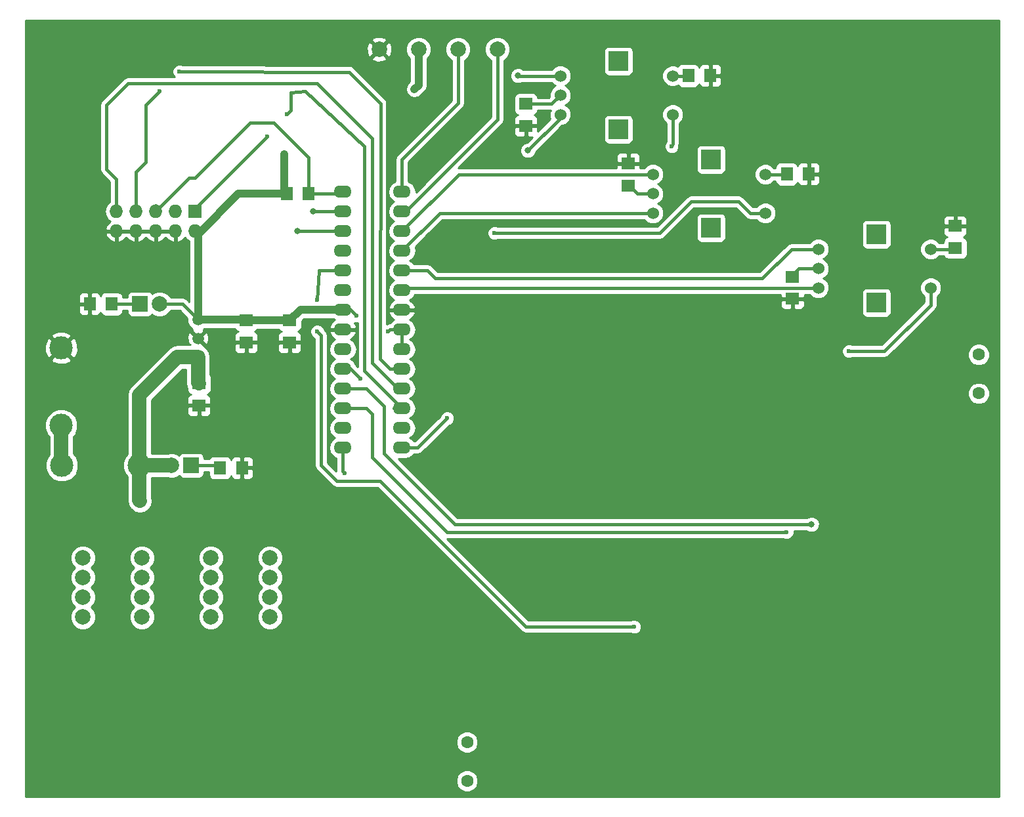
<source format=gbl>
G04 #@! TF.FileFunction,Copper,L2,Bot,Signal*
%FSLAX46Y46*%
G04 Gerber Fmt 4.6, Leading zero omitted, Abs format (unit mm)*
G04 Created by KiCad (PCBNEW (2015-08-13 BZR 6091)-product) date Sunday, February 21, 2016 'PMt' 10:52:06 PM*
%MOMM*%
G01*
G04 APERTURE LIST*
%ADD10C,0.100000*%
%ADD11C,2.000000*%
%ADD12C,3.000000*%
%ADD13R,1.727200X1.727200*%
%ADD14O,1.727200X1.727200*%
%ADD15C,1.524000*%
%ADD16R,2.500000X2.500000*%
%ADD17C,1.500000*%
%ADD18R,2.000000X2.000000*%
%ADD19O,2.300000X1.600000*%
%ADD20C,1.600000*%
%ADD21R,1.800860X1.597660*%
%ADD22R,1.597660X1.800860*%
%ADD23C,0.600000*%
%ADD24C,0.800000*%
%ADD25C,1.000000*%
%ADD26C,0.400000*%
%ADD27C,1.900000*%
%ADD28C,0.254000*%
G04 APERTURE END LIST*
D10*
D11*
X85598000Y-129794000D03*
X85598000Y-127254000D03*
X85598000Y-124714000D03*
X85598000Y-122174000D03*
X93218000Y-129794000D03*
X93218000Y-127254000D03*
X93218000Y-124714000D03*
X93218000Y-122174000D03*
X102108000Y-129794000D03*
X102108000Y-127254000D03*
X102108000Y-124714000D03*
X102108000Y-122174000D03*
X109728000Y-129794000D03*
X109728000Y-127254000D03*
X109728000Y-124714000D03*
X109728000Y-122174000D03*
D12*
X82804000Y-105076000D03*
X82804000Y-95076000D03*
D13*
X100076000Y-77470000D03*
D14*
X100076000Y-80010000D03*
X97536000Y-77470000D03*
X97536000Y-80010000D03*
X94996000Y-77470000D03*
X94996000Y-80010000D03*
X92456000Y-77470000D03*
X92456000Y-80010000D03*
X89916000Y-77470000D03*
X89916000Y-80010000D03*
D15*
X194960000Y-87336000D03*
X194960000Y-82336000D03*
X180460000Y-84836000D03*
X180460000Y-87336000D03*
X180460000Y-82336000D03*
D16*
X187960000Y-89236000D03*
X187960000Y-80436000D03*
D15*
X173624000Y-77684000D03*
X173624000Y-72684000D03*
X159124000Y-75184000D03*
X159124000Y-77684000D03*
X159124000Y-72684000D03*
D16*
X166624000Y-79584000D03*
X166624000Y-70784000D03*
D15*
X161686000Y-64984000D03*
X161686000Y-59984000D03*
X147186000Y-62484000D03*
X147186000Y-64984000D03*
X147186000Y-59984000D03*
D16*
X154686000Y-66884000D03*
X154686000Y-58084000D03*
D17*
X100457000Y-93853000D03*
X100457000Y-96253000D03*
X100457000Y-91453000D03*
D18*
X99568000Y-110236000D03*
D11*
X97028000Y-110236000D03*
D18*
X92964000Y-89408000D03*
D11*
X95504000Y-89408000D03*
D12*
X92884000Y-110236000D03*
X82884000Y-110236000D03*
D19*
X119126000Y-74930000D03*
X119126000Y-77470000D03*
X119126000Y-80010000D03*
X119126000Y-82550000D03*
X119126000Y-85090000D03*
X119126000Y-87630000D03*
X119126000Y-90170000D03*
X119126000Y-92710000D03*
X119126000Y-95250000D03*
X119126000Y-97790000D03*
X119126000Y-100330000D03*
X119126000Y-102870000D03*
X119126000Y-105410000D03*
X119126000Y-107950000D03*
X126746000Y-107950000D03*
X126746000Y-105410000D03*
X126746000Y-102870000D03*
X126746000Y-100330000D03*
X126746000Y-97790000D03*
X126746000Y-95250000D03*
X126746000Y-92710000D03*
X126746000Y-90170000D03*
X126746000Y-87630000D03*
X126746000Y-85090000D03*
X126746000Y-82550000D03*
X126746000Y-80010000D03*
X126746000Y-77470000D03*
X126746000Y-74930000D03*
D20*
X201148000Y-95944000D03*
X201148000Y-100944000D03*
X135148000Y-150944000D03*
X135148000Y-145944000D03*
D21*
X106680000Y-94383860D03*
X106680000Y-91544140D03*
X112268000Y-94383860D03*
X112268000Y-91544140D03*
X100584000Y-99672140D03*
X100584000Y-102511860D03*
X177139600Y-88745060D03*
X177139600Y-85905340D03*
X155956000Y-71274940D03*
X155956000Y-74114660D03*
X142748000Y-66443860D03*
X142748000Y-63604140D03*
X198120000Y-82191860D03*
X198120000Y-79352140D03*
D22*
X176380140Y-72644000D03*
X179219860Y-72644000D03*
X163680140Y-59944000D03*
X166519860Y-59944000D03*
X114703860Y-75184000D03*
X111864140Y-75184000D03*
X106131360Y-110553500D03*
X103291640Y-110553500D03*
X86464140Y-89408000D03*
X89303860Y-89408000D03*
D11*
X128905000Y-56555000D03*
X123825000Y-56555000D03*
X139065000Y-56555000D03*
X133985000Y-56555000D03*
D23*
X111582200Y-70053200D03*
X128371600Y-61696600D03*
X124968000Y-92964000D03*
X120904000Y-90932000D03*
X125984000Y-94996000D03*
X92964000Y-114808000D03*
X111887000Y-64897000D03*
X109347000Y-67818000D03*
X95504000Y-61976000D03*
X98044000Y-59436000D03*
X119380000Y-111252000D03*
X184404000Y-95504000D03*
X132588000Y-104140000D03*
X138684000Y-80264000D03*
X161544000Y-69088000D03*
X121412000Y-99060000D03*
D24*
X115316000Y-77470000D03*
X143002000Y-69596000D03*
X141732000Y-59944000D03*
X113284000Y-80010000D03*
D23*
X156718000Y-131064000D03*
X115824000Y-92964000D03*
X115824000Y-88900000D03*
D24*
X179578000Y-117856000D03*
D23*
X176377600Y-118846600D03*
D25*
X106680000Y-91544140D02*
X112268000Y-91544140D01*
X112268000Y-91544140D02*
X113642140Y-90170000D01*
X113642140Y-90170000D02*
X119126000Y-90170000D01*
X100457000Y-91453000D02*
X100457000Y-80391000D01*
X100457000Y-80391000D02*
X105664000Y-75184000D01*
X105664000Y-75184000D02*
X111864140Y-75184000D01*
X111864140Y-75184000D02*
X111582200Y-74902060D01*
X111582200Y-74902060D02*
X111582200Y-70053200D01*
X128371600Y-61696600D02*
X128905000Y-61163200D01*
X128905000Y-61163200D02*
X128905000Y-56555000D01*
X100457000Y-91453000D02*
X106588860Y-91453000D01*
X106588860Y-91453000D02*
X106680000Y-91544140D01*
D26*
X119126000Y-90170000D02*
X120142000Y-90170000D01*
X120142000Y-90170000D02*
X120904000Y-90932000D01*
X125222000Y-92710000D02*
X126746000Y-92710000D01*
X124968000Y-92964000D02*
X125222000Y-92710000D01*
X95504000Y-89408000D02*
X98412000Y-89408000D01*
X98412000Y-89408000D02*
X100457000Y-91453000D01*
X126746000Y-92710000D02*
X126746000Y-95250000D01*
X100076000Y-91072000D02*
X100457000Y-91453000D01*
X106562860Y-91453000D02*
X106680000Y-91335860D01*
D27*
X92884000Y-114728000D02*
X92964000Y-114808000D01*
X92884000Y-110236000D02*
X92884000Y-114728000D01*
X100457000Y-96253000D02*
X100457000Y-99545140D01*
X100457000Y-99545140D02*
X100584000Y-99672140D01*
X100457000Y-96253000D02*
X97803000Y-96253000D01*
X92884000Y-101172000D02*
X92884000Y-110236000D01*
X97803000Y-96253000D02*
X92884000Y-101172000D01*
X92884000Y-110236000D02*
X97028000Y-110236000D01*
D26*
X121920000Y-98044000D02*
X121920000Y-69088000D01*
X121920000Y-69088000D02*
X114300000Y-61976000D01*
X112395000Y-62103000D02*
X114300000Y-61976000D01*
X121920000Y-98044000D02*
X126746000Y-102870000D01*
X126746000Y-102870000D02*
X125730000Y-102870000D01*
X112395000Y-64389000D02*
X112395000Y-62103000D01*
X111887000Y-64897000D02*
X112395000Y-64389000D01*
X100076000Y-77089000D02*
X109347000Y-67818000D01*
X100076000Y-77470000D02*
X100076000Y-77089000D01*
X114703860Y-75184000D02*
X114703860Y-70507860D01*
X99314000Y-73152000D02*
X94996000Y-77470000D01*
X100076000Y-73152000D02*
X99314000Y-73152000D01*
X107188000Y-66040000D02*
X100076000Y-73152000D01*
X110236000Y-66040000D02*
X107188000Y-66040000D01*
X114703860Y-70507860D02*
X110236000Y-66040000D01*
X114703860Y-75184000D02*
X118872000Y-75184000D01*
X118872000Y-75184000D02*
X119126000Y-74930000D01*
X94996000Y-77470000D02*
X94996000Y-76708000D01*
X119380000Y-74676000D02*
X119126000Y-74930000D01*
X93726000Y-63754000D02*
X93726000Y-71120000D01*
X93726000Y-71120000D02*
X92456000Y-72390000D01*
X92456000Y-77470000D02*
X92456000Y-72390000D01*
X125222000Y-97790000D02*
X126746000Y-97790000D01*
X123952000Y-96520000D02*
X123977400Y-63525400D01*
X125222000Y-97790000D02*
X123952000Y-96520000D01*
X93726000Y-63754000D02*
X95504000Y-61976000D01*
X98044000Y-59436000D02*
X119913400Y-59461400D01*
X119913400Y-59461400D02*
X123977400Y-63525400D01*
X91440000Y-60960000D02*
X88646000Y-63754000D01*
X115824000Y-60960000D02*
X91440000Y-60960000D01*
X122936000Y-68072000D02*
X115824000Y-60960000D01*
X122936000Y-97028000D02*
X122936000Y-68072000D01*
X122936000Y-97028000D02*
X126238000Y-100330000D01*
X126746000Y-100330000D02*
X126238000Y-100330000D01*
X88646000Y-63754000D02*
X88646000Y-72009000D01*
X89916000Y-73279000D02*
X89916000Y-77470000D01*
X88646000Y-72009000D02*
X89916000Y-73279000D01*
X194960000Y-87336000D02*
X194960000Y-89520000D01*
X119126000Y-110998000D02*
X119126000Y-107950000D01*
X119380000Y-111252000D02*
X119126000Y-110998000D01*
X188976000Y-95504000D02*
X184404000Y-95504000D01*
X194960000Y-89520000D02*
X188976000Y-95504000D01*
X194960000Y-82336000D02*
X197975860Y-82336000D01*
X197975860Y-82336000D02*
X198120000Y-82191860D01*
X180460000Y-84836000D02*
X177904140Y-84836000D01*
X177904140Y-84836000D02*
X176784000Y-85956140D01*
X180460000Y-87336000D02*
X127040000Y-87336000D01*
X127040000Y-87336000D02*
X126746000Y-87630000D01*
X180460000Y-82336000D02*
X176998000Y-82336000D01*
X130048000Y-85090000D02*
X126746000Y-85090000D01*
X131064000Y-86106000D02*
X130048000Y-85090000D01*
X173228000Y-86106000D02*
X131064000Y-86106000D01*
X176998000Y-82336000D02*
X173228000Y-86106000D01*
X171664000Y-77684000D02*
X170180000Y-76200000D01*
X170180000Y-76200000D02*
X164084000Y-76200000D01*
X164084000Y-76200000D02*
X160020000Y-80264000D01*
X160020000Y-80264000D02*
X138684000Y-80264000D01*
X173624000Y-77684000D02*
X171664000Y-77684000D01*
X128778000Y-107950000D02*
X126746000Y-107950000D01*
X132588000Y-104140000D02*
X128778000Y-107950000D01*
X173624000Y-72684000D02*
X176340140Y-72684000D01*
X176340140Y-72684000D02*
X176380140Y-72644000D01*
X159124000Y-75184000D02*
X157076140Y-75184000D01*
X157076140Y-75184000D02*
X155956000Y-74063860D01*
X159124000Y-77684000D02*
X131612000Y-77684000D01*
X131612000Y-77684000D02*
X126746000Y-82550000D01*
X159124000Y-72684000D02*
X134072000Y-72684000D01*
X134072000Y-72684000D02*
X126746000Y-80010000D01*
X161686000Y-64984000D02*
X161686000Y-68722000D01*
X161686000Y-68722000D02*
X161544000Y-69088000D01*
X121412000Y-99060000D02*
X120142000Y-97790000D01*
X120142000Y-97790000D02*
X119126000Y-97790000D01*
X161686000Y-59984000D02*
X163640140Y-59984000D01*
X163640140Y-59984000D02*
X163680140Y-59944000D01*
X162186000Y-59984000D02*
X162186000Y-59951000D01*
X142748000Y-63604140D02*
X146065860Y-63604140D01*
X146065860Y-63604140D02*
X147186000Y-62484000D01*
X115316000Y-77470000D02*
X119126000Y-77470000D01*
X147186000Y-65412000D02*
X143002000Y-69596000D01*
X147186000Y-64984000D02*
X147186000Y-65412000D01*
X147186000Y-59984000D02*
X141772000Y-59984000D01*
X141772000Y-59984000D02*
X141732000Y-59944000D01*
X113284000Y-80010000D02*
X119126000Y-80010000D01*
X142748000Y-131064000D02*
X156718000Y-131064000D01*
X123952000Y-112268000D02*
X142748000Y-131064000D01*
X118364000Y-112268000D02*
X123952000Y-112268000D01*
X116332000Y-110236000D02*
X118364000Y-112268000D01*
X116332000Y-93472000D02*
X116332000Y-110236000D01*
X115824000Y-92964000D02*
X116332000Y-93472000D01*
X116078000Y-85090000D02*
X115824000Y-88900000D01*
X116078000Y-85090000D02*
X119126000Y-85090000D01*
X133604000Y-117856000D02*
X179578000Y-117856000D01*
X124460000Y-108712000D02*
X133604000Y-117856000D01*
X124460000Y-102616000D02*
X124460000Y-108712000D01*
X122174000Y-100330000D02*
X124460000Y-102616000D01*
X119126000Y-100330000D02*
X122174000Y-100330000D01*
X119126000Y-100330000D02*
X118999000Y-100330000D01*
X119126000Y-100330000D02*
X118618000Y-100330000D01*
X99568000Y-110236000D02*
X102616000Y-110236000D01*
X102616000Y-110236000D02*
X103124000Y-110744000D01*
X89303860Y-89408000D02*
X92964000Y-89408000D01*
D27*
X82804000Y-105076000D02*
X82804000Y-110156000D01*
X82804000Y-110156000D02*
X82884000Y-110236000D01*
D26*
X119126000Y-102870000D02*
X122174000Y-102870000D01*
X122174000Y-102870000D02*
X122936000Y-103632000D01*
X122936000Y-103632000D02*
X122936000Y-109220000D01*
X122936000Y-109220000D02*
X132588000Y-118872000D01*
X132588000Y-118872000D02*
X176377600Y-118846600D01*
X119126000Y-102870000D02*
X118872000Y-102870000D01*
X126746000Y-77470000D02*
X127228600Y-77470000D01*
X127228600Y-77470000D02*
X139065000Y-65633600D01*
X139065000Y-65633600D02*
X139065000Y-56555000D01*
X126746000Y-74930000D02*
X126746000Y-70739000D01*
X133985000Y-63500000D02*
X133985000Y-56555000D01*
X126746000Y-70739000D02*
X133985000Y-63500000D01*
D28*
G36*
X203760000Y-152960000D02*
X78180000Y-152960000D01*
X78180000Y-151228187D01*
X133712752Y-151228187D01*
X133930757Y-151755800D01*
X134334077Y-152159824D01*
X134861309Y-152378750D01*
X135432187Y-152379248D01*
X135959800Y-152161243D01*
X136363824Y-151757923D01*
X136582750Y-151230691D01*
X136583248Y-150659813D01*
X136365243Y-150132200D01*
X135961923Y-149728176D01*
X135434691Y-149509250D01*
X134863813Y-149508752D01*
X134336200Y-149726757D01*
X133932176Y-150130077D01*
X133713250Y-150657309D01*
X133712752Y-151228187D01*
X78180000Y-151228187D01*
X78180000Y-146228187D01*
X133712752Y-146228187D01*
X133930757Y-146755800D01*
X134334077Y-147159824D01*
X134861309Y-147378750D01*
X135432187Y-147379248D01*
X135959800Y-147161243D01*
X136363824Y-146757923D01*
X136582750Y-146230691D01*
X136583248Y-145659813D01*
X136365243Y-145132200D01*
X135961923Y-144728176D01*
X135434691Y-144509250D01*
X134863813Y-144508752D01*
X134336200Y-144726757D01*
X133932176Y-145130077D01*
X133713250Y-145657309D01*
X133712752Y-146228187D01*
X78180000Y-146228187D01*
X78180000Y-122497795D01*
X83962716Y-122497795D01*
X84211106Y-123098943D01*
X84555759Y-123444199D01*
X84212722Y-123786637D01*
X83963284Y-124387352D01*
X83962716Y-125037795D01*
X84211106Y-125638943D01*
X84555759Y-125984199D01*
X84212722Y-126326637D01*
X83963284Y-126927352D01*
X83962716Y-127577795D01*
X84211106Y-128178943D01*
X84555759Y-128524199D01*
X84212722Y-128866637D01*
X83963284Y-129467352D01*
X83962716Y-130117795D01*
X84211106Y-130718943D01*
X84670637Y-131179278D01*
X85271352Y-131428716D01*
X85921795Y-131429284D01*
X86522943Y-131180894D01*
X86983278Y-130721363D01*
X87232716Y-130120648D01*
X87233284Y-129470205D01*
X86984894Y-128869057D01*
X86640241Y-128523801D01*
X86983278Y-128181363D01*
X87232716Y-127580648D01*
X87233284Y-126930205D01*
X86984894Y-126329057D01*
X86640241Y-125983801D01*
X86983278Y-125641363D01*
X87232716Y-125040648D01*
X87233284Y-124390205D01*
X86984894Y-123789057D01*
X86640241Y-123443801D01*
X86983278Y-123101363D01*
X87232716Y-122500648D01*
X87232718Y-122497795D01*
X91582716Y-122497795D01*
X91831106Y-123098943D01*
X92175759Y-123444199D01*
X91832722Y-123786637D01*
X91583284Y-124387352D01*
X91582716Y-125037795D01*
X91831106Y-125638943D01*
X92175759Y-125984199D01*
X91832722Y-126326637D01*
X91583284Y-126927352D01*
X91582716Y-127577795D01*
X91831106Y-128178943D01*
X92175759Y-128524199D01*
X91832722Y-128866637D01*
X91583284Y-129467352D01*
X91582716Y-130117795D01*
X91831106Y-130718943D01*
X92290637Y-131179278D01*
X92891352Y-131428716D01*
X93541795Y-131429284D01*
X94142943Y-131180894D01*
X94603278Y-130721363D01*
X94852716Y-130120648D01*
X94853284Y-129470205D01*
X94604894Y-128869057D01*
X94260241Y-128523801D01*
X94603278Y-128181363D01*
X94852716Y-127580648D01*
X94853284Y-126930205D01*
X94604894Y-126329057D01*
X94260241Y-125983801D01*
X94603278Y-125641363D01*
X94852716Y-125040648D01*
X94853284Y-124390205D01*
X94604894Y-123789057D01*
X94260241Y-123443801D01*
X94603278Y-123101363D01*
X94852716Y-122500648D01*
X94852718Y-122497795D01*
X100472716Y-122497795D01*
X100721106Y-123098943D01*
X101065759Y-123444199D01*
X100722722Y-123786637D01*
X100473284Y-124387352D01*
X100472716Y-125037795D01*
X100721106Y-125638943D01*
X101065759Y-125984199D01*
X100722722Y-126326637D01*
X100473284Y-126927352D01*
X100472716Y-127577795D01*
X100721106Y-128178943D01*
X101065759Y-128524199D01*
X100722722Y-128866637D01*
X100473284Y-129467352D01*
X100472716Y-130117795D01*
X100721106Y-130718943D01*
X101180637Y-131179278D01*
X101781352Y-131428716D01*
X102431795Y-131429284D01*
X103032943Y-131180894D01*
X103493278Y-130721363D01*
X103742716Y-130120648D01*
X103743284Y-129470205D01*
X103494894Y-128869057D01*
X103150241Y-128523801D01*
X103493278Y-128181363D01*
X103742716Y-127580648D01*
X103743284Y-126930205D01*
X103494894Y-126329057D01*
X103150241Y-125983801D01*
X103493278Y-125641363D01*
X103742716Y-125040648D01*
X103743284Y-124390205D01*
X103494894Y-123789057D01*
X103150241Y-123443801D01*
X103493278Y-123101363D01*
X103742716Y-122500648D01*
X103742718Y-122497795D01*
X108092716Y-122497795D01*
X108341106Y-123098943D01*
X108685759Y-123444199D01*
X108342722Y-123786637D01*
X108093284Y-124387352D01*
X108092716Y-125037795D01*
X108341106Y-125638943D01*
X108685759Y-125984199D01*
X108342722Y-126326637D01*
X108093284Y-126927352D01*
X108092716Y-127577795D01*
X108341106Y-128178943D01*
X108685759Y-128524199D01*
X108342722Y-128866637D01*
X108093284Y-129467352D01*
X108092716Y-130117795D01*
X108341106Y-130718943D01*
X108800637Y-131179278D01*
X109401352Y-131428716D01*
X110051795Y-131429284D01*
X110652943Y-131180894D01*
X111113278Y-130721363D01*
X111362716Y-130120648D01*
X111363284Y-129470205D01*
X111114894Y-128869057D01*
X110770241Y-128523801D01*
X111113278Y-128181363D01*
X111362716Y-127580648D01*
X111363284Y-126930205D01*
X111114894Y-126329057D01*
X110770241Y-125983801D01*
X111113278Y-125641363D01*
X111362716Y-125040648D01*
X111363284Y-124390205D01*
X111114894Y-123789057D01*
X110770241Y-123443801D01*
X111113278Y-123101363D01*
X111362716Y-122500648D01*
X111363284Y-121850205D01*
X111114894Y-121249057D01*
X110655363Y-120788722D01*
X110054648Y-120539284D01*
X109404205Y-120538716D01*
X108803057Y-120787106D01*
X108342722Y-121246637D01*
X108093284Y-121847352D01*
X108092716Y-122497795D01*
X103742718Y-122497795D01*
X103743284Y-121850205D01*
X103494894Y-121249057D01*
X103035363Y-120788722D01*
X102434648Y-120539284D01*
X101784205Y-120538716D01*
X101183057Y-120787106D01*
X100722722Y-121246637D01*
X100473284Y-121847352D01*
X100472716Y-122497795D01*
X94852718Y-122497795D01*
X94853284Y-121850205D01*
X94604894Y-121249057D01*
X94145363Y-120788722D01*
X93544648Y-120539284D01*
X92894205Y-120538716D01*
X92293057Y-120787106D01*
X91832722Y-121246637D01*
X91583284Y-121847352D01*
X91582716Y-122497795D01*
X87232718Y-122497795D01*
X87233284Y-121850205D01*
X86984894Y-121249057D01*
X86525363Y-120788722D01*
X85924648Y-120539284D01*
X85274205Y-120538716D01*
X84673057Y-120787106D01*
X84212722Y-121246637D01*
X83963284Y-121847352D01*
X83962716Y-122497795D01*
X78180000Y-122497795D01*
X78180000Y-105498815D01*
X80668630Y-105498815D01*
X80992980Y-106283800D01*
X81219000Y-106510215D01*
X81219000Y-108881383D01*
X81075091Y-109025041D01*
X80749372Y-109809459D01*
X80748630Y-110658815D01*
X81072980Y-111443800D01*
X81673041Y-112044909D01*
X82457459Y-112370628D01*
X83306815Y-112371370D01*
X84091800Y-112047020D01*
X84692909Y-111446959D01*
X85018628Y-110662541D01*
X85018631Y-110658815D01*
X90748630Y-110658815D01*
X91072980Y-111443800D01*
X91299000Y-111670215D01*
X91299000Y-114728000D01*
X91419651Y-115334553D01*
X91763236Y-115848764D01*
X91843236Y-115928764D01*
X92357447Y-116272349D01*
X92964000Y-116393000D01*
X93570553Y-116272349D01*
X94084764Y-115928764D01*
X94428349Y-115414553D01*
X94549000Y-114808000D01*
X94469000Y-114405813D01*
X94469000Y-111821000D01*
X96581622Y-111821000D01*
X96701352Y-111870716D01*
X97351795Y-111871284D01*
X97952943Y-111622894D01*
X98019574Y-111556379D01*
X98103910Y-111687441D01*
X98316110Y-111832431D01*
X98568000Y-111883440D01*
X100568000Y-111883440D01*
X100803317Y-111839162D01*
X101019441Y-111700090D01*
X101164431Y-111487890D01*
X101215440Y-111236000D01*
X101215440Y-111071000D01*
X101845370Y-111071000D01*
X101845370Y-111453930D01*
X101889648Y-111689247D01*
X102028720Y-111905371D01*
X102240920Y-112050361D01*
X102492810Y-112101370D01*
X104090470Y-112101370D01*
X104325787Y-112057092D01*
X104541911Y-111918020D01*
X104686901Y-111705820D01*
X104707471Y-111604241D01*
X104794203Y-111813629D01*
X104972832Y-111992257D01*
X105206221Y-112088930D01*
X105845610Y-112088930D01*
X106004360Y-111930180D01*
X106004360Y-110680500D01*
X106258360Y-110680500D01*
X106258360Y-111930180D01*
X106417110Y-112088930D01*
X107056499Y-112088930D01*
X107289888Y-111992257D01*
X107468517Y-111813629D01*
X107565190Y-111580240D01*
X107565190Y-110839250D01*
X107406440Y-110680500D01*
X106258360Y-110680500D01*
X106004360Y-110680500D01*
X105984360Y-110680500D01*
X105984360Y-110426500D01*
X106004360Y-110426500D01*
X106004360Y-109176820D01*
X106258360Y-109176820D01*
X106258360Y-110426500D01*
X107406440Y-110426500D01*
X107565190Y-110267750D01*
X107565190Y-109526760D01*
X107468517Y-109293371D01*
X107289888Y-109114743D01*
X107056499Y-109018070D01*
X106417110Y-109018070D01*
X106258360Y-109176820D01*
X106004360Y-109176820D01*
X105845610Y-109018070D01*
X105206221Y-109018070D01*
X104972832Y-109114743D01*
X104794203Y-109293371D01*
X104708954Y-109499181D01*
X104693632Y-109417753D01*
X104554560Y-109201629D01*
X104342360Y-109056639D01*
X104090470Y-109005630D01*
X102492810Y-109005630D01*
X102257493Y-109049908D01*
X102041369Y-109188980D01*
X101896502Y-109401000D01*
X101215440Y-109401000D01*
X101215440Y-109236000D01*
X101171162Y-109000683D01*
X101032090Y-108784559D01*
X100819890Y-108639569D01*
X100568000Y-108588560D01*
X98568000Y-108588560D01*
X98332683Y-108632838D01*
X98116559Y-108771910D01*
X98019090Y-108914561D01*
X97955363Y-108850722D01*
X97354648Y-108601284D01*
X96704205Y-108600716D01*
X96582509Y-108651000D01*
X94469000Y-108651000D01*
X94469000Y-102797610D01*
X99048570Y-102797610D01*
X99048570Y-103436999D01*
X99145243Y-103670388D01*
X99323871Y-103849017D01*
X99557260Y-103945690D01*
X100298250Y-103945690D01*
X100457000Y-103786940D01*
X100457000Y-102638860D01*
X100711000Y-102638860D01*
X100711000Y-103786940D01*
X100869750Y-103945690D01*
X101610740Y-103945690D01*
X101844129Y-103849017D01*
X102022757Y-103670388D01*
X102119430Y-103436999D01*
X102119430Y-102797610D01*
X101960680Y-102638860D01*
X100711000Y-102638860D01*
X100457000Y-102638860D01*
X99207320Y-102638860D01*
X99048570Y-102797610D01*
X94469000Y-102797610D01*
X94469000Y-101828528D01*
X98459529Y-97838000D01*
X98872000Y-97838000D01*
X98872000Y-99545140D01*
X98992651Y-100151693D01*
X99036130Y-100216764D01*
X99036130Y-100470970D01*
X99080408Y-100706287D01*
X99219480Y-100922411D01*
X99431680Y-101067401D01*
X99533259Y-101087971D01*
X99323871Y-101174703D01*
X99145243Y-101353332D01*
X99048570Y-101586721D01*
X99048570Y-102226110D01*
X99207320Y-102384860D01*
X100457000Y-102384860D01*
X100457000Y-102364860D01*
X100711000Y-102364860D01*
X100711000Y-102384860D01*
X101960680Y-102384860D01*
X102119430Y-102226110D01*
X102119430Y-101586721D01*
X102022757Y-101353332D01*
X101844129Y-101174703D01*
X101638319Y-101089454D01*
X101719747Y-101074132D01*
X101935871Y-100935060D01*
X102080861Y-100722860D01*
X102131870Y-100470970D01*
X102131870Y-99858805D01*
X102169000Y-99672140D01*
X102131870Y-99485475D01*
X102131870Y-98873310D01*
X102087592Y-98637993D01*
X102042000Y-98567141D01*
X102042000Y-96253000D01*
X101921349Y-95646447D01*
X101577764Y-95132236D01*
X101228023Y-94898546D01*
X101248912Y-94824517D01*
X101094005Y-94669610D01*
X105144570Y-94669610D01*
X105144570Y-95308999D01*
X105241243Y-95542388D01*
X105419871Y-95721017D01*
X105653260Y-95817690D01*
X106394250Y-95817690D01*
X106553000Y-95658940D01*
X106553000Y-94510860D01*
X106807000Y-94510860D01*
X106807000Y-95658940D01*
X106965750Y-95817690D01*
X107706740Y-95817690D01*
X107940129Y-95721017D01*
X108118757Y-95542388D01*
X108215430Y-95308999D01*
X108215430Y-94669610D01*
X110732570Y-94669610D01*
X110732570Y-95308999D01*
X110829243Y-95542388D01*
X111007871Y-95721017D01*
X111241260Y-95817690D01*
X111982250Y-95817690D01*
X112141000Y-95658940D01*
X112141000Y-94510860D01*
X112395000Y-94510860D01*
X112395000Y-95658940D01*
X112553750Y-95817690D01*
X113294740Y-95817690D01*
X113528129Y-95721017D01*
X113706757Y-95542388D01*
X113803430Y-95308999D01*
X113803430Y-94669610D01*
X113644680Y-94510860D01*
X112395000Y-94510860D01*
X112141000Y-94510860D01*
X110891320Y-94510860D01*
X110732570Y-94669610D01*
X108215430Y-94669610D01*
X108056680Y-94510860D01*
X106807000Y-94510860D01*
X106553000Y-94510860D01*
X105303320Y-94510860D01*
X105144570Y-94669610D01*
X101094005Y-94669610D01*
X100457000Y-94032605D01*
X100442858Y-94046748D01*
X100263253Y-93867143D01*
X100277395Y-93853000D01*
X100636605Y-93853000D01*
X101428517Y-94644912D01*
X101669460Y-94576923D01*
X101854201Y-94057829D01*
X101826230Y-93507552D01*
X101669460Y-93129077D01*
X101428517Y-93061088D01*
X100636605Y-93853000D01*
X100277395Y-93853000D01*
X99485483Y-93061088D01*
X99244540Y-93129077D01*
X99059799Y-93648171D01*
X99087770Y-94198448D01*
X99244540Y-94576923D01*
X99485481Y-94644911D01*
X99462392Y-94668000D01*
X97803000Y-94668000D01*
X97196447Y-94788651D01*
X96682236Y-95132235D01*
X91763236Y-100051236D01*
X91419651Y-100565447D01*
X91299000Y-101172000D01*
X91299000Y-108801522D01*
X91075091Y-109025041D01*
X90749372Y-109809459D01*
X90748630Y-110658815D01*
X85018631Y-110658815D01*
X85019370Y-109813185D01*
X84695020Y-109028200D01*
X84389000Y-108721646D01*
X84389000Y-106510478D01*
X84612909Y-106286959D01*
X84938628Y-105502541D01*
X84939370Y-104653185D01*
X84615020Y-103868200D01*
X84014959Y-103267091D01*
X83230541Y-102941372D01*
X82381185Y-102940630D01*
X81596200Y-103264980D01*
X80995091Y-103865041D01*
X80669372Y-104649459D01*
X80668630Y-105498815D01*
X78180000Y-105498815D01*
X78180000Y-96589970D01*
X81469635Y-96589970D01*
X81629418Y-96908739D01*
X82420187Y-97218723D01*
X83269387Y-97202497D01*
X83978582Y-96908739D01*
X84138365Y-96589970D01*
X82804000Y-95255605D01*
X81469635Y-96589970D01*
X78180000Y-96589970D01*
X78180000Y-94692187D01*
X80661277Y-94692187D01*
X80677503Y-95541387D01*
X80971261Y-96250582D01*
X81290030Y-96410365D01*
X82624395Y-95076000D01*
X82983605Y-95076000D01*
X84317970Y-96410365D01*
X84636739Y-96250582D01*
X84946723Y-95459813D01*
X84930497Y-94610613D01*
X84636739Y-93901418D01*
X84317970Y-93741635D01*
X82983605Y-95076000D01*
X82624395Y-95076000D01*
X81290030Y-93741635D01*
X80971261Y-93901418D01*
X80661277Y-94692187D01*
X78180000Y-94692187D01*
X78180000Y-93562030D01*
X81469635Y-93562030D01*
X82804000Y-94896395D01*
X84138365Y-93562030D01*
X83978582Y-93243261D01*
X83187813Y-92933277D01*
X82338613Y-92949503D01*
X81629418Y-93243261D01*
X81469635Y-93562030D01*
X78180000Y-93562030D01*
X78180000Y-89693750D01*
X85030310Y-89693750D01*
X85030310Y-90434740D01*
X85126983Y-90668129D01*
X85305612Y-90846757D01*
X85539001Y-90943430D01*
X86178390Y-90943430D01*
X86337140Y-90784680D01*
X86337140Y-89535000D01*
X85189060Y-89535000D01*
X85030310Y-89693750D01*
X78180000Y-89693750D01*
X78180000Y-88381260D01*
X85030310Y-88381260D01*
X85030310Y-89122250D01*
X85189060Y-89281000D01*
X86337140Y-89281000D01*
X86337140Y-88031320D01*
X86591140Y-88031320D01*
X86591140Y-89281000D01*
X86611140Y-89281000D01*
X86611140Y-89535000D01*
X86591140Y-89535000D01*
X86591140Y-90784680D01*
X86749890Y-90943430D01*
X87389279Y-90943430D01*
X87622668Y-90846757D01*
X87801297Y-90668129D01*
X87886546Y-90462319D01*
X87901868Y-90543747D01*
X88040940Y-90759871D01*
X88253140Y-90904861D01*
X88505030Y-90955870D01*
X90102690Y-90955870D01*
X90338007Y-90911592D01*
X90554131Y-90772520D01*
X90699121Y-90560320D01*
X90750130Y-90308430D01*
X90750130Y-90243000D01*
X91316560Y-90243000D01*
X91316560Y-90408000D01*
X91360838Y-90643317D01*
X91499910Y-90859441D01*
X91712110Y-91004431D01*
X91964000Y-91055440D01*
X93964000Y-91055440D01*
X94199317Y-91011162D01*
X94415441Y-90872090D01*
X94512910Y-90729439D01*
X94576637Y-90793278D01*
X95177352Y-91042716D01*
X95827795Y-91043284D01*
X96428943Y-90794894D01*
X96889278Y-90335363D01*
X96927630Y-90243000D01*
X98066132Y-90243000D01*
X99072177Y-91249045D01*
X99071760Y-91727285D01*
X99282169Y-92236515D01*
X99671436Y-92626461D01*
X99730168Y-92650849D01*
X99665088Y-92881483D01*
X100457000Y-93673395D01*
X101248912Y-92881483D01*
X101183934Y-92651210D01*
X101240515Y-92627831D01*
X101280415Y-92588000D01*
X105182658Y-92588000D01*
X105315480Y-92794411D01*
X105527680Y-92939401D01*
X105629259Y-92959971D01*
X105419871Y-93046703D01*
X105241243Y-93225332D01*
X105144570Y-93458721D01*
X105144570Y-94098110D01*
X105303320Y-94256860D01*
X106553000Y-94256860D01*
X106553000Y-94236860D01*
X106807000Y-94236860D01*
X106807000Y-94256860D01*
X108056680Y-94256860D01*
X108215430Y-94098110D01*
X108215430Y-93458721D01*
X108118757Y-93225332D01*
X107940129Y-93046703D01*
X107734319Y-92961454D01*
X107815747Y-92946132D01*
X108031871Y-92807060D01*
X108119275Y-92679140D01*
X110829305Y-92679140D01*
X110903480Y-92794411D01*
X111115680Y-92939401D01*
X111217259Y-92959971D01*
X111007871Y-93046703D01*
X110829243Y-93225332D01*
X110732570Y-93458721D01*
X110732570Y-94098110D01*
X110891320Y-94256860D01*
X112141000Y-94256860D01*
X112141000Y-94236860D01*
X112395000Y-94236860D01*
X112395000Y-94256860D01*
X113644680Y-94256860D01*
X113803430Y-94098110D01*
X113803430Y-93458721D01*
X113706757Y-93225332D01*
X113528129Y-93046703D01*
X113322319Y-92961454D01*
X113403747Y-92946132D01*
X113619871Y-92807060D01*
X113764861Y-92594860D01*
X113815870Y-92342970D01*
X113815870Y-91601402D01*
X114112272Y-91305000D01*
X117906376Y-91305000D01*
X118104151Y-91437149D01*
X117671500Y-91785104D01*
X117401633Y-92278181D01*
X117384096Y-92360961D01*
X117506085Y-92583000D01*
X118999000Y-92583000D01*
X118999000Y-92563000D01*
X119253000Y-92563000D01*
X119253000Y-92583000D01*
X120745915Y-92583000D01*
X120867904Y-92360961D01*
X120850367Y-92278181D01*
X120598186Y-91817418D01*
X120717201Y-91866838D01*
X121085000Y-91867158D01*
X121085000Y-97552132D01*
X120852385Y-97319517D01*
X120836737Y-97240849D01*
X120525668Y-96775302D01*
X120143582Y-96520000D01*
X120525668Y-96264698D01*
X120836737Y-95799151D01*
X120945970Y-95250000D01*
X120836737Y-94700849D01*
X120525668Y-94235302D01*
X120147849Y-93982851D01*
X120580500Y-93634896D01*
X120850367Y-93141819D01*
X120867904Y-93059039D01*
X120745915Y-92837000D01*
X119253000Y-92837000D01*
X119253000Y-92857000D01*
X118999000Y-92857000D01*
X118999000Y-92837000D01*
X117506085Y-92837000D01*
X117384096Y-93059039D01*
X117401633Y-93141819D01*
X117671500Y-93634896D01*
X118104151Y-93982851D01*
X117726332Y-94235302D01*
X117415263Y-94700849D01*
X117306030Y-95250000D01*
X117415263Y-95799151D01*
X117726332Y-96264698D01*
X118108418Y-96520000D01*
X117726332Y-96775302D01*
X117415263Y-97240849D01*
X117306030Y-97790000D01*
X117415263Y-98339151D01*
X117726332Y-98804698D01*
X118108418Y-99060000D01*
X117726332Y-99315302D01*
X117415263Y-99780849D01*
X117306030Y-100330000D01*
X117415263Y-100879151D01*
X117726332Y-101344698D01*
X118108418Y-101600000D01*
X117726332Y-101855302D01*
X117415263Y-102320849D01*
X117306030Y-102870000D01*
X117415263Y-103419151D01*
X117726332Y-103884698D01*
X118108418Y-104140000D01*
X117726332Y-104395302D01*
X117415263Y-104860849D01*
X117306030Y-105410000D01*
X117415263Y-105959151D01*
X117726332Y-106424698D01*
X118108418Y-106680000D01*
X117726332Y-106935302D01*
X117415263Y-107400849D01*
X117306030Y-107950000D01*
X117415263Y-108499151D01*
X117726332Y-108964698D01*
X118191879Y-109275767D01*
X118291000Y-109295483D01*
X118291000Y-110998000D01*
X118295006Y-111018138D01*
X117167000Y-109890132D01*
X117167000Y-93472000D01*
X117103439Y-93152459D01*
X116977515Y-92964000D01*
X116922434Y-92881565D01*
X116716534Y-92675666D01*
X116617117Y-92435057D01*
X116354327Y-92171808D01*
X116010799Y-92029162D01*
X115638833Y-92028838D01*
X115295057Y-92170883D01*
X115031808Y-92433673D01*
X114889162Y-92777201D01*
X114888838Y-93149167D01*
X115030883Y-93492943D01*
X115293673Y-93756192D01*
X115497000Y-93840621D01*
X115497000Y-110236000D01*
X115560561Y-110555541D01*
X115698882Y-110762553D01*
X115741566Y-110826434D01*
X117773566Y-112858434D01*
X118044459Y-113039439D01*
X118364000Y-113103000D01*
X123606132Y-113103000D01*
X142157566Y-131654434D01*
X142428459Y-131835439D01*
X142748000Y-131899000D01*
X156290766Y-131899000D01*
X156531201Y-131998838D01*
X156903167Y-131999162D01*
X157246943Y-131857117D01*
X157510192Y-131594327D01*
X157652838Y-131250799D01*
X157653162Y-130878833D01*
X157511117Y-130535057D01*
X157248327Y-130271808D01*
X156904799Y-130129162D01*
X156532833Y-130128838D01*
X156290422Y-130229000D01*
X143093868Y-130229000D01*
X132567862Y-119702994D01*
X132588000Y-119707000D01*
X132588242Y-119706952D01*
X132588484Y-119707000D01*
X175950962Y-119681848D01*
X176190801Y-119781438D01*
X176562767Y-119781762D01*
X176906543Y-119639717D01*
X177169792Y-119376927D01*
X177312438Y-119033399D01*
X177312736Y-118691000D01*
X178949108Y-118691000D01*
X178990954Y-118732919D01*
X179371223Y-118890820D01*
X179782971Y-118891179D01*
X180163515Y-118733942D01*
X180454919Y-118443046D01*
X180612820Y-118062777D01*
X180613179Y-117651029D01*
X180455942Y-117270485D01*
X180165046Y-116979081D01*
X179784777Y-116821180D01*
X179373029Y-116820821D01*
X178992485Y-116978058D01*
X178949468Y-117021000D01*
X133949868Y-117021000D01*
X126302158Y-109373290D01*
X126361030Y-109385000D01*
X127130970Y-109385000D01*
X127680121Y-109275767D01*
X128145668Y-108964698D01*
X128265739Y-108785000D01*
X128778000Y-108785000D01*
X129097541Y-108721439D01*
X129368434Y-108540434D01*
X132876333Y-105032535D01*
X133116943Y-104933117D01*
X133380192Y-104670327D01*
X133522838Y-104326799D01*
X133523162Y-103954833D01*
X133381117Y-103611057D01*
X133118327Y-103347808D01*
X132774799Y-103205162D01*
X132402833Y-103204838D01*
X132059057Y-103346883D01*
X131795808Y-103609673D01*
X131695222Y-103851910D01*
X128432132Y-107115000D01*
X128265739Y-107115000D01*
X128145668Y-106935302D01*
X127763582Y-106680000D01*
X128145668Y-106424698D01*
X128456737Y-105959151D01*
X128565970Y-105410000D01*
X128456737Y-104860849D01*
X128145668Y-104395302D01*
X127763582Y-104140000D01*
X128145668Y-103884698D01*
X128456737Y-103419151D01*
X128565970Y-102870000D01*
X128456737Y-102320849D01*
X128145668Y-101855302D01*
X127763582Y-101600000D01*
X128145668Y-101344698D01*
X128223518Y-101228187D01*
X199712752Y-101228187D01*
X199930757Y-101755800D01*
X200334077Y-102159824D01*
X200861309Y-102378750D01*
X201432187Y-102379248D01*
X201959800Y-102161243D01*
X202363824Y-101757923D01*
X202582750Y-101230691D01*
X202583248Y-100659813D01*
X202365243Y-100132200D01*
X201961923Y-99728176D01*
X201434691Y-99509250D01*
X200863813Y-99508752D01*
X200336200Y-99726757D01*
X199932176Y-100130077D01*
X199713250Y-100657309D01*
X199712752Y-101228187D01*
X128223518Y-101228187D01*
X128456737Y-100879151D01*
X128565970Y-100330000D01*
X128456737Y-99780849D01*
X128145668Y-99315302D01*
X127763582Y-99060000D01*
X128145668Y-98804698D01*
X128456737Y-98339151D01*
X128565970Y-97790000D01*
X128456737Y-97240849D01*
X128145668Y-96775302D01*
X127763582Y-96520000D01*
X128145668Y-96264698D01*
X128456737Y-95799151D01*
X128478614Y-95689167D01*
X183468838Y-95689167D01*
X183610883Y-96032943D01*
X183873673Y-96296192D01*
X184217201Y-96438838D01*
X184589167Y-96439162D01*
X184831578Y-96339000D01*
X188976000Y-96339000D01*
X189295541Y-96275439D01*
X189366258Y-96228187D01*
X199712752Y-96228187D01*
X199930757Y-96755800D01*
X200334077Y-97159824D01*
X200861309Y-97378750D01*
X201432187Y-97379248D01*
X201959800Y-97161243D01*
X202363824Y-96757923D01*
X202582750Y-96230691D01*
X202583248Y-95659813D01*
X202365243Y-95132200D01*
X201961923Y-94728176D01*
X201434691Y-94509250D01*
X200863813Y-94508752D01*
X200336200Y-94726757D01*
X199932176Y-95130077D01*
X199713250Y-95657309D01*
X199712752Y-96228187D01*
X189366258Y-96228187D01*
X189566434Y-96094434D01*
X195550434Y-90110434D01*
X195595492Y-90043000D01*
X195731439Y-89839541D01*
X195795000Y-89520000D01*
X195795000Y-88476391D01*
X196143629Y-88128370D01*
X196356757Y-87615100D01*
X196357242Y-87059339D01*
X196145010Y-86545697D01*
X195752370Y-86152371D01*
X195239100Y-85939243D01*
X194683339Y-85938758D01*
X194169697Y-86150990D01*
X193776371Y-86543630D01*
X193563243Y-87056900D01*
X193562758Y-87612661D01*
X193774990Y-88126303D01*
X194125000Y-88476925D01*
X194125000Y-89174132D01*
X188630132Y-94669000D01*
X184831234Y-94669000D01*
X184590799Y-94569162D01*
X184218833Y-94568838D01*
X183875057Y-94710883D01*
X183611808Y-94973673D01*
X183469162Y-95317201D01*
X183468838Y-95689167D01*
X128478614Y-95689167D01*
X128565970Y-95250000D01*
X128456737Y-94700849D01*
X128145668Y-94235302D01*
X127763582Y-93980000D01*
X128145668Y-93724698D01*
X128456737Y-93259151D01*
X128565970Y-92710000D01*
X128456737Y-92160849D01*
X128145668Y-91695302D01*
X127767849Y-91442851D01*
X128200500Y-91094896D01*
X128470367Y-90601819D01*
X128487904Y-90519039D01*
X128365915Y-90297000D01*
X126873000Y-90297000D01*
X126873000Y-90317000D01*
X126619000Y-90317000D01*
X126619000Y-90297000D01*
X125126085Y-90297000D01*
X125004096Y-90519039D01*
X125021633Y-90601819D01*
X125291500Y-91094896D01*
X125724151Y-91442851D01*
X125346332Y-91695302D01*
X125226261Y-91875000D01*
X125222000Y-91875000D01*
X124902459Y-91938561D01*
X124790470Y-92013390D01*
X124803621Y-74930000D01*
X124926030Y-74930000D01*
X125035263Y-75479151D01*
X125346332Y-75944698D01*
X125728418Y-76200000D01*
X125346332Y-76455302D01*
X125035263Y-76920849D01*
X124926030Y-77470000D01*
X125035263Y-78019151D01*
X125346332Y-78484698D01*
X125728418Y-78740000D01*
X125346332Y-78995302D01*
X125035263Y-79460849D01*
X124926030Y-80010000D01*
X125035263Y-80559151D01*
X125346332Y-81024698D01*
X125728418Y-81280000D01*
X125346332Y-81535302D01*
X125035263Y-82000849D01*
X124926030Y-82550000D01*
X125035263Y-83099151D01*
X125346332Y-83564698D01*
X125728418Y-83820000D01*
X125346332Y-84075302D01*
X125035263Y-84540849D01*
X124926030Y-85090000D01*
X125035263Y-85639151D01*
X125346332Y-86104698D01*
X125728418Y-86360000D01*
X125346332Y-86615302D01*
X125035263Y-87080849D01*
X124926030Y-87630000D01*
X125035263Y-88179151D01*
X125346332Y-88644698D01*
X125724151Y-88897149D01*
X125291500Y-89245104D01*
X125021633Y-89738181D01*
X125004096Y-89820961D01*
X125126085Y-90043000D01*
X126619000Y-90043000D01*
X126619000Y-90023000D01*
X126873000Y-90023000D01*
X126873000Y-90043000D01*
X128365915Y-90043000D01*
X128487904Y-89820961D01*
X128470367Y-89738181D01*
X128200500Y-89245104D01*
X127934045Y-89030810D01*
X175604170Y-89030810D01*
X175604170Y-89670199D01*
X175700843Y-89903588D01*
X175879471Y-90082217D01*
X176112860Y-90178890D01*
X176853850Y-90178890D01*
X177012600Y-90020140D01*
X177012600Y-88872060D01*
X177266600Y-88872060D01*
X177266600Y-90020140D01*
X177425350Y-90178890D01*
X178166340Y-90178890D01*
X178399729Y-90082217D01*
X178578357Y-89903588D01*
X178675030Y-89670199D01*
X178675030Y-89030810D01*
X178516280Y-88872060D01*
X177266600Y-88872060D01*
X177012600Y-88872060D01*
X175762920Y-88872060D01*
X175604170Y-89030810D01*
X127934045Y-89030810D01*
X127767849Y-88897149D01*
X128145668Y-88644698D01*
X128456737Y-88179151D01*
X128458358Y-88171000D01*
X175604170Y-88171000D01*
X175604170Y-88459310D01*
X175762920Y-88618060D01*
X177012600Y-88618060D01*
X177012600Y-88598060D01*
X177266600Y-88598060D01*
X177266600Y-88618060D01*
X178516280Y-88618060D01*
X178675030Y-88459310D01*
X178675030Y-88171000D01*
X179319609Y-88171000D01*
X179667630Y-88519629D01*
X180180900Y-88732757D01*
X180736661Y-88733242D01*
X181250303Y-88521010D01*
X181643629Y-88128370D01*
X181702746Y-87986000D01*
X186062560Y-87986000D01*
X186062560Y-90486000D01*
X186106838Y-90721317D01*
X186245910Y-90937441D01*
X186458110Y-91082431D01*
X186710000Y-91133440D01*
X189210000Y-91133440D01*
X189445317Y-91089162D01*
X189661441Y-90950090D01*
X189806431Y-90737890D01*
X189857440Y-90486000D01*
X189857440Y-87986000D01*
X189813162Y-87750683D01*
X189674090Y-87534559D01*
X189461890Y-87389569D01*
X189210000Y-87338560D01*
X186710000Y-87338560D01*
X186474683Y-87382838D01*
X186258559Y-87521910D01*
X186113569Y-87734110D01*
X186062560Y-87986000D01*
X181702746Y-87986000D01*
X181856757Y-87615100D01*
X181857242Y-87059339D01*
X181645010Y-86545697D01*
X181252370Y-86152371D01*
X181092772Y-86086100D01*
X181250303Y-86021010D01*
X181643629Y-85628370D01*
X181856757Y-85115100D01*
X181857242Y-84559339D01*
X181645010Y-84045697D01*
X181252370Y-83652371D01*
X181092772Y-83586100D01*
X181250303Y-83521010D01*
X181643629Y-83128370D01*
X181856757Y-82615100D01*
X181856759Y-82612661D01*
X193562758Y-82612661D01*
X193774990Y-83126303D01*
X194167630Y-83519629D01*
X194680900Y-83732757D01*
X195236661Y-83733242D01*
X195750303Y-83521010D01*
X196100925Y-83171000D01*
X196606058Y-83171000D01*
X196616408Y-83226007D01*
X196755480Y-83442131D01*
X196967680Y-83587121D01*
X197219570Y-83638130D01*
X199020430Y-83638130D01*
X199255747Y-83593852D01*
X199471871Y-83454780D01*
X199616861Y-83242580D01*
X199667870Y-82990690D01*
X199667870Y-81393030D01*
X199623592Y-81157713D01*
X199484520Y-80941589D01*
X199272320Y-80796599D01*
X199170741Y-80776029D01*
X199380129Y-80689297D01*
X199558757Y-80510668D01*
X199655430Y-80277279D01*
X199655430Y-79637890D01*
X199496680Y-79479140D01*
X198247000Y-79479140D01*
X198247000Y-79499140D01*
X197993000Y-79499140D01*
X197993000Y-79479140D01*
X196743320Y-79479140D01*
X196584570Y-79637890D01*
X196584570Y-80277279D01*
X196681243Y-80510668D01*
X196859871Y-80689297D01*
X197065681Y-80774546D01*
X196984253Y-80789868D01*
X196768129Y-80928940D01*
X196623139Y-81141140D01*
X196572130Y-81393030D01*
X196572130Y-81501000D01*
X196100391Y-81501000D01*
X195752370Y-81152371D01*
X195239100Y-80939243D01*
X194683339Y-80938758D01*
X194169697Y-81150990D01*
X193776371Y-81543630D01*
X193563243Y-82056900D01*
X193562758Y-82612661D01*
X181856759Y-82612661D01*
X181857242Y-82059339D01*
X181645010Y-81545697D01*
X181252370Y-81152371D01*
X180739100Y-80939243D01*
X180183339Y-80938758D01*
X179669697Y-81150990D01*
X179319075Y-81501000D01*
X176998000Y-81501000D01*
X176678459Y-81564561D01*
X176623287Y-81601426D01*
X176407566Y-81745566D01*
X172882132Y-85271000D01*
X131409868Y-85271000D01*
X130638434Y-84499566D01*
X130577827Y-84459070D01*
X130367541Y-84318561D01*
X130048000Y-84255000D01*
X128265739Y-84255000D01*
X128145668Y-84075302D01*
X127763582Y-83820000D01*
X128145668Y-83564698D01*
X128456737Y-83099151D01*
X128565970Y-82550000D01*
X128459936Y-82016932D01*
X130027701Y-80449167D01*
X137748838Y-80449167D01*
X137890883Y-80792943D01*
X138153673Y-81056192D01*
X138497201Y-81198838D01*
X138869167Y-81199162D01*
X139111578Y-81099000D01*
X160020000Y-81099000D01*
X160339541Y-81035439D01*
X160610434Y-80854434D01*
X163130868Y-78334000D01*
X164726560Y-78334000D01*
X164726560Y-80834000D01*
X164770838Y-81069317D01*
X164909910Y-81285441D01*
X165122110Y-81430431D01*
X165374000Y-81481440D01*
X167874000Y-81481440D01*
X168109317Y-81437162D01*
X168325441Y-81298090D01*
X168470431Y-81085890D01*
X168521440Y-80834000D01*
X168521440Y-79186000D01*
X186062560Y-79186000D01*
X186062560Y-81686000D01*
X186106838Y-81921317D01*
X186245910Y-82137441D01*
X186458110Y-82282431D01*
X186710000Y-82333440D01*
X189210000Y-82333440D01*
X189445317Y-82289162D01*
X189661441Y-82150090D01*
X189806431Y-81937890D01*
X189857440Y-81686000D01*
X189857440Y-79186000D01*
X189813162Y-78950683D01*
X189674090Y-78734559D01*
X189461890Y-78589569D01*
X189210000Y-78538560D01*
X186710000Y-78538560D01*
X186474683Y-78582838D01*
X186258559Y-78721910D01*
X186113569Y-78934110D01*
X186062560Y-79186000D01*
X168521440Y-79186000D01*
X168521440Y-78334000D01*
X168477162Y-78098683D01*
X168338090Y-77882559D01*
X168125890Y-77737569D01*
X167874000Y-77686560D01*
X165374000Y-77686560D01*
X165138683Y-77730838D01*
X164922559Y-77869910D01*
X164777569Y-78082110D01*
X164726560Y-78334000D01*
X163130868Y-78334000D01*
X164429868Y-77035000D01*
X169834132Y-77035000D01*
X171073566Y-78274434D01*
X171344459Y-78455439D01*
X171664000Y-78519000D01*
X172483609Y-78519000D01*
X172831630Y-78867629D01*
X173344900Y-79080757D01*
X173900661Y-79081242D01*
X174414303Y-78869010D01*
X174807629Y-78476370D01*
X174828128Y-78427001D01*
X196584570Y-78427001D01*
X196584570Y-79066390D01*
X196743320Y-79225140D01*
X197993000Y-79225140D01*
X197993000Y-78077060D01*
X198247000Y-78077060D01*
X198247000Y-79225140D01*
X199496680Y-79225140D01*
X199655430Y-79066390D01*
X199655430Y-78427001D01*
X199558757Y-78193612D01*
X199380129Y-78014983D01*
X199146740Y-77918310D01*
X198405750Y-77918310D01*
X198247000Y-78077060D01*
X197993000Y-78077060D01*
X197834250Y-77918310D01*
X197093260Y-77918310D01*
X196859871Y-78014983D01*
X196681243Y-78193612D01*
X196584570Y-78427001D01*
X174828128Y-78427001D01*
X175020757Y-77963100D01*
X175021242Y-77407339D01*
X174809010Y-76893697D01*
X174416370Y-76500371D01*
X173903100Y-76287243D01*
X173347339Y-76286758D01*
X172833697Y-76498990D01*
X172483075Y-76849000D01*
X172009868Y-76849000D01*
X170770434Y-75609566D01*
X170697645Y-75560930D01*
X170499541Y-75428561D01*
X170180000Y-75365000D01*
X164084000Y-75365000D01*
X163764459Y-75428561D01*
X163566355Y-75560930D01*
X163493566Y-75609566D01*
X159674132Y-79429000D01*
X139111234Y-79429000D01*
X138870799Y-79329162D01*
X138498833Y-79328838D01*
X138155057Y-79470883D01*
X137891808Y-79733673D01*
X137749162Y-80077201D01*
X137748838Y-80449167D01*
X130027701Y-80449167D01*
X131957868Y-78519000D01*
X157983609Y-78519000D01*
X158331630Y-78867629D01*
X158844900Y-79080757D01*
X159400661Y-79081242D01*
X159914303Y-78869010D01*
X160307629Y-78476370D01*
X160520757Y-77963100D01*
X160521242Y-77407339D01*
X160309010Y-76893697D01*
X159916370Y-76500371D01*
X159756772Y-76434100D01*
X159914303Y-76369010D01*
X160307629Y-75976370D01*
X160520757Y-75463100D01*
X160521242Y-74907339D01*
X160309010Y-74393697D01*
X159916370Y-74000371D01*
X159756772Y-73934100D01*
X159914303Y-73869010D01*
X160307629Y-73476370D01*
X160520757Y-72963100D01*
X160520759Y-72960661D01*
X172226758Y-72960661D01*
X172438990Y-73474303D01*
X172831630Y-73867629D01*
X173344900Y-74080757D01*
X173900661Y-74081242D01*
X174414303Y-73869010D01*
X174764925Y-73519000D01*
X174933870Y-73519000D01*
X174933870Y-73544430D01*
X174978148Y-73779747D01*
X175117220Y-73995871D01*
X175329420Y-74140861D01*
X175581310Y-74191870D01*
X177178970Y-74191870D01*
X177414287Y-74147592D01*
X177630411Y-74008520D01*
X177775401Y-73796320D01*
X177795971Y-73694741D01*
X177882703Y-73904129D01*
X178061332Y-74082757D01*
X178294721Y-74179430D01*
X178934110Y-74179430D01*
X179092860Y-74020680D01*
X179092860Y-72771000D01*
X179346860Y-72771000D01*
X179346860Y-74020680D01*
X179505610Y-74179430D01*
X180144999Y-74179430D01*
X180378388Y-74082757D01*
X180557017Y-73904129D01*
X180653690Y-73670740D01*
X180653690Y-72929750D01*
X180494940Y-72771000D01*
X179346860Y-72771000D01*
X179092860Y-72771000D01*
X179072860Y-72771000D01*
X179072860Y-72517000D01*
X179092860Y-72517000D01*
X179092860Y-71267320D01*
X179346860Y-71267320D01*
X179346860Y-72517000D01*
X180494940Y-72517000D01*
X180653690Y-72358250D01*
X180653690Y-71617260D01*
X180557017Y-71383871D01*
X180378388Y-71205243D01*
X180144999Y-71108570D01*
X179505610Y-71108570D01*
X179346860Y-71267320D01*
X179092860Y-71267320D01*
X178934110Y-71108570D01*
X178294721Y-71108570D01*
X178061332Y-71205243D01*
X177882703Y-71383871D01*
X177797454Y-71589681D01*
X177782132Y-71508253D01*
X177643060Y-71292129D01*
X177430860Y-71147139D01*
X177178970Y-71096130D01*
X175581310Y-71096130D01*
X175345993Y-71140408D01*
X175129869Y-71279480D01*
X174984879Y-71491680D01*
X174933870Y-71743570D01*
X174933870Y-71849000D01*
X174764391Y-71849000D01*
X174416370Y-71500371D01*
X173903100Y-71287243D01*
X173347339Y-71286758D01*
X172833697Y-71498990D01*
X172440371Y-71891630D01*
X172227243Y-72404900D01*
X172226758Y-72960661D01*
X160520759Y-72960661D01*
X160521242Y-72407339D01*
X160309010Y-71893697D01*
X159916370Y-71500371D01*
X159403100Y-71287243D01*
X158847339Y-71286758D01*
X158333697Y-71498990D01*
X157983075Y-71849000D01*
X157491430Y-71849000D01*
X157491430Y-71560690D01*
X157332680Y-71401940D01*
X156083000Y-71401940D01*
X156083000Y-71421940D01*
X155829000Y-71421940D01*
X155829000Y-71401940D01*
X154579320Y-71401940D01*
X154420570Y-71560690D01*
X154420570Y-71849000D01*
X134072000Y-71849000D01*
X134020156Y-71859312D01*
X139149858Y-66729610D01*
X141212570Y-66729610D01*
X141212570Y-67368999D01*
X141309243Y-67602388D01*
X141487871Y-67781017D01*
X141721260Y-67877690D01*
X142462250Y-67877690D01*
X142621000Y-67718940D01*
X142621000Y-66570860D01*
X141371320Y-66570860D01*
X141212570Y-66729610D01*
X139149858Y-66729610D01*
X139655434Y-66224034D01*
X139692200Y-66169010D01*
X139836439Y-65953141D01*
X139900000Y-65633600D01*
X139900000Y-60148971D01*
X140696821Y-60148971D01*
X140854058Y-60529515D01*
X141144954Y-60820919D01*
X141525223Y-60978820D01*
X141936971Y-60979179D01*
X142317515Y-60821942D01*
X142320462Y-60819000D01*
X146045609Y-60819000D01*
X146393630Y-61167629D01*
X146553228Y-61233900D01*
X146395697Y-61298990D01*
X146002371Y-61691630D01*
X145789243Y-62204900D01*
X145788811Y-62700321D01*
X145719992Y-62769140D01*
X144289064Y-62769140D01*
X144251592Y-62569993D01*
X144112520Y-62353869D01*
X143900320Y-62208879D01*
X143648430Y-62157870D01*
X141847570Y-62157870D01*
X141612253Y-62202148D01*
X141396129Y-62341220D01*
X141251139Y-62553420D01*
X141200130Y-62805310D01*
X141200130Y-64402970D01*
X141244408Y-64638287D01*
X141383480Y-64854411D01*
X141595680Y-64999401D01*
X141697259Y-65019971D01*
X141487871Y-65106703D01*
X141309243Y-65285332D01*
X141212570Y-65518721D01*
X141212570Y-66158110D01*
X141371320Y-66316860D01*
X142621000Y-66316860D01*
X142621000Y-66296860D01*
X142875000Y-66296860D01*
X142875000Y-66316860D01*
X144124680Y-66316860D01*
X144283430Y-66158110D01*
X144283430Y-65518721D01*
X144186757Y-65285332D01*
X144008129Y-65106703D01*
X143802319Y-65021454D01*
X143883747Y-65006132D01*
X144099871Y-64867060D01*
X144244861Y-64654860D01*
X144288545Y-64439140D01*
X145899596Y-64439140D01*
X145789243Y-64704900D01*
X145788758Y-65260661D01*
X145896270Y-65520862D01*
X144283430Y-67133702D01*
X144283430Y-66729610D01*
X144124680Y-66570860D01*
X142875000Y-66570860D01*
X142875000Y-67718940D01*
X143033750Y-67877690D01*
X143539442Y-67877690D01*
X142856259Y-68560873D01*
X142797029Y-68560821D01*
X142416485Y-68718058D01*
X142125081Y-69008954D01*
X141967180Y-69389223D01*
X141966821Y-69800971D01*
X142124058Y-70181515D01*
X142414954Y-70472919D01*
X142795223Y-70630820D01*
X143206971Y-70631179D01*
X143587515Y-70473942D01*
X143711872Y-70349801D01*
X154420570Y-70349801D01*
X154420570Y-70989190D01*
X154579320Y-71147940D01*
X155829000Y-71147940D01*
X155829000Y-69999860D01*
X156083000Y-69999860D01*
X156083000Y-71147940D01*
X157332680Y-71147940D01*
X157491430Y-70989190D01*
X157491430Y-70349801D01*
X157394757Y-70116412D01*
X157216129Y-69937783D01*
X156982740Y-69841110D01*
X156241750Y-69841110D01*
X156083000Y-69999860D01*
X155829000Y-69999860D01*
X155670250Y-69841110D01*
X154929260Y-69841110D01*
X154695871Y-69937783D01*
X154517243Y-70116412D01*
X154420570Y-70349801D01*
X143711872Y-70349801D01*
X143878919Y-70183046D01*
X144036820Y-69802777D01*
X144036873Y-69741995D01*
X147397683Y-66381185D01*
X147462661Y-66381242D01*
X147976303Y-66169010D01*
X148369629Y-65776370D01*
X148428746Y-65634000D01*
X152788560Y-65634000D01*
X152788560Y-68134000D01*
X152832838Y-68369317D01*
X152971910Y-68585441D01*
X153184110Y-68730431D01*
X153436000Y-68781440D01*
X155936000Y-68781440D01*
X156171317Y-68737162D01*
X156387441Y-68598090D01*
X156532431Y-68385890D01*
X156583440Y-68134000D01*
X156583440Y-65634000D01*
X156539162Y-65398683D01*
X156450348Y-65260661D01*
X160288758Y-65260661D01*
X160500990Y-65774303D01*
X160851000Y-66124925D01*
X160851000Y-68458654D01*
X160751808Y-68557673D01*
X160609162Y-68901201D01*
X160608838Y-69273167D01*
X160750883Y-69616943D01*
X161013673Y-69880192D01*
X161357201Y-70022838D01*
X161729167Y-70023162D01*
X162072943Y-69881117D01*
X162336192Y-69618327D01*
X162371207Y-69534000D01*
X164726560Y-69534000D01*
X164726560Y-72034000D01*
X164770838Y-72269317D01*
X164909910Y-72485441D01*
X165122110Y-72630431D01*
X165374000Y-72681440D01*
X167874000Y-72681440D01*
X168109317Y-72637162D01*
X168325441Y-72498090D01*
X168470431Y-72285890D01*
X168521440Y-72034000D01*
X168521440Y-69534000D01*
X168477162Y-69298683D01*
X168338090Y-69082559D01*
X168125890Y-68937569D01*
X167874000Y-68886560D01*
X165374000Y-68886560D01*
X165138683Y-68930838D01*
X164922559Y-69069910D01*
X164777569Y-69282110D01*
X164726560Y-69534000D01*
X162371207Y-69534000D01*
X162478838Y-69274799D01*
X162479129Y-68940467D01*
X162491023Y-68872706D01*
X162521000Y-68722000D01*
X162521000Y-66124391D01*
X162869629Y-65776370D01*
X163082757Y-65263100D01*
X163083242Y-64707339D01*
X162871010Y-64193697D01*
X162478370Y-63800371D01*
X161965100Y-63587243D01*
X161409339Y-63586758D01*
X160895697Y-63798990D01*
X160502371Y-64191630D01*
X160289243Y-64704900D01*
X160288758Y-65260661D01*
X156450348Y-65260661D01*
X156400090Y-65182559D01*
X156187890Y-65037569D01*
X155936000Y-64986560D01*
X153436000Y-64986560D01*
X153200683Y-65030838D01*
X152984559Y-65169910D01*
X152839569Y-65382110D01*
X152788560Y-65634000D01*
X148428746Y-65634000D01*
X148582757Y-65263100D01*
X148583242Y-64707339D01*
X148371010Y-64193697D01*
X147978370Y-63800371D01*
X147818772Y-63734100D01*
X147976303Y-63669010D01*
X148369629Y-63276370D01*
X148582757Y-62763100D01*
X148583242Y-62207339D01*
X148371010Y-61693697D01*
X147978370Y-61300371D01*
X147818772Y-61234100D01*
X147976303Y-61169010D01*
X148369629Y-60776370D01*
X148582757Y-60263100D01*
X148582759Y-60260661D01*
X160288758Y-60260661D01*
X160500990Y-60774303D01*
X160893630Y-61167629D01*
X161406900Y-61380757D01*
X161962661Y-61381242D01*
X162365143Y-61214940D01*
X162417220Y-61295871D01*
X162629420Y-61440861D01*
X162881310Y-61491870D01*
X164478970Y-61491870D01*
X164714287Y-61447592D01*
X164930411Y-61308520D01*
X165075401Y-61096320D01*
X165095971Y-60994741D01*
X165182703Y-61204129D01*
X165361332Y-61382757D01*
X165594721Y-61479430D01*
X166234110Y-61479430D01*
X166392860Y-61320680D01*
X166392860Y-60071000D01*
X166646860Y-60071000D01*
X166646860Y-61320680D01*
X166805610Y-61479430D01*
X167444999Y-61479430D01*
X167678388Y-61382757D01*
X167857017Y-61204129D01*
X167953690Y-60970740D01*
X167953690Y-60229750D01*
X167794940Y-60071000D01*
X166646860Y-60071000D01*
X166392860Y-60071000D01*
X166372860Y-60071000D01*
X166372860Y-59817000D01*
X166392860Y-59817000D01*
X166392860Y-58567320D01*
X166646860Y-58567320D01*
X166646860Y-59817000D01*
X167794940Y-59817000D01*
X167953690Y-59658250D01*
X167953690Y-58917260D01*
X167857017Y-58683871D01*
X167678388Y-58505243D01*
X167444999Y-58408570D01*
X166805610Y-58408570D01*
X166646860Y-58567320D01*
X166392860Y-58567320D01*
X166234110Y-58408570D01*
X165594721Y-58408570D01*
X165361332Y-58505243D01*
X165182703Y-58683871D01*
X165097454Y-58889681D01*
X165082132Y-58808253D01*
X164943060Y-58592129D01*
X164730860Y-58447139D01*
X164478970Y-58396130D01*
X162881310Y-58396130D01*
X162645993Y-58440408D01*
X162429869Y-58579480D01*
X162323017Y-58735863D01*
X161965100Y-58587243D01*
X161409339Y-58586758D01*
X160895697Y-58798990D01*
X160502371Y-59191630D01*
X160289243Y-59704900D01*
X160288758Y-60260661D01*
X148582759Y-60260661D01*
X148583242Y-59707339D01*
X148371010Y-59193697D01*
X147978370Y-58800371D01*
X147465100Y-58587243D01*
X146909339Y-58586758D01*
X146395697Y-58798990D01*
X146045075Y-59149000D01*
X142400822Y-59149000D01*
X142319046Y-59067081D01*
X141938777Y-58909180D01*
X141527029Y-58908821D01*
X141146485Y-59066058D01*
X140855081Y-59356954D01*
X140697180Y-59737223D01*
X140696821Y-60148971D01*
X139900000Y-60148971D01*
X139900000Y-57979058D01*
X139989943Y-57941894D01*
X140450278Y-57482363D01*
X140699716Y-56881648D01*
X140699757Y-56834000D01*
X152788560Y-56834000D01*
X152788560Y-59334000D01*
X152832838Y-59569317D01*
X152971910Y-59785441D01*
X153184110Y-59930431D01*
X153436000Y-59981440D01*
X155936000Y-59981440D01*
X156171317Y-59937162D01*
X156387441Y-59798090D01*
X156532431Y-59585890D01*
X156583440Y-59334000D01*
X156583440Y-56834000D01*
X156539162Y-56598683D01*
X156400090Y-56382559D01*
X156187890Y-56237569D01*
X155936000Y-56186560D01*
X153436000Y-56186560D01*
X153200683Y-56230838D01*
X152984559Y-56369910D01*
X152839569Y-56582110D01*
X152788560Y-56834000D01*
X140699757Y-56834000D01*
X140700284Y-56231205D01*
X140451894Y-55630057D01*
X139992363Y-55169722D01*
X139391648Y-54920284D01*
X138741205Y-54919716D01*
X138140057Y-55168106D01*
X137679722Y-55627637D01*
X137430284Y-56228352D01*
X137429716Y-56878795D01*
X137678106Y-57479943D01*
X138137637Y-57940278D01*
X138230000Y-57978630D01*
X138230000Y-65287732D01*
X128560566Y-74957166D01*
X128565970Y-74930000D01*
X128456737Y-74380849D01*
X128145668Y-73915302D01*
X127680121Y-73604233D01*
X127581000Y-73584517D01*
X127581000Y-71084868D01*
X134575434Y-64090434D01*
X134589448Y-64069460D01*
X134756439Y-63819541D01*
X134820000Y-63500000D01*
X134820000Y-57979058D01*
X134909943Y-57941894D01*
X135370278Y-57482363D01*
X135619716Y-56881648D01*
X135620284Y-56231205D01*
X135371894Y-55630057D01*
X134912363Y-55169722D01*
X134311648Y-54920284D01*
X133661205Y-54919716D01*
X133060057Y-55168106D01*
X132599722Y-55627637D01*
X132350284Y-56228352D01*
X132349716Y-56878795D01*
X132598106Y-57479943D01*
X133057637Y-57940278D01*
X133150000Y-57978630D01*
X133150000Y-63154132D01*
X126155566Y-70148566D01*
X125974561Y-70419459D01*
X125911000Y-70739000D01*
X125911000Y-73584517D01*
X125811879Y-73604233D01*
X125346332Y-73915302D01*
X125035263Y-74380849D01*
X124926030Y-74930000D01*
X124803621Y-74930000D01*
X124812400Y-63526043D01*
X124812336Y-63525721D01*
X124812400Y-63525400D01*
X124780760Y-63366337D01*
X124749085Y-63206453D01*
X124748903Y-63206179D01*
X124748839Y-63205860D01*
X124658812Y-63071125D01*
X124568288Y-62935420D01*
X124568015Y-62935238D01*
X124567834Y-62934966D01*
X123329468Y-61696600D01*
X127236600Y-61696600D01*
X127322997Y-62130945D01*
X127569034Y-62499166D01*
X127937255Y-62745203D01*
X128371600Y-62831600D01*
X128805945Y-62745203D01*
X129174166Y-62499166D01*
X129707567Y-61965766D01*
X129953604Y-61597545D01*
X130040000Y-61163200D01*
X130040000Y-57732204D01*
X130290278Y-57482363D01*
X130539716Y-56881648D01*
X130540284Y-56231205D01*
X130291894Y-55630057D01*
X129832363Y-55169722D01*
X129231648Y-54920284D01*
X128581205Y-54919716D01*
X127980057Y-55168106D01*
X127519722Y-55627637D01*
X127270284Y-56228352D01*
X127269716Y-56878795D01*
X127518106Y-57479943D01*
X127770000Y-57732278D01*
X127770000Y-60693068D01*
X127569034Y-60894034D01*
X127322997Y-61262255D01*
X127236600Y-61696600D01*
X123329468Y-61696600D01*
X120503834Y-58870966D01*
X120369096Y-58780937D01*
X120233837Y-58690333D01*
X120233351Y-58690236D01*
X120232940Y-58689961D01*
X120073429Y-58658232D01*
X119914370Y-58626401D01*
X98472432Y-58601497D01*
X98230799Y-58501162D01*
X97858833Y-58500838D01*
X97515057Y-58642883D01*
X97251808Y-58905673D01*
X97109162Y-59249201D01*
X97108838Y-59621167D01*
X97250883Y-59964943D01*
X97410661Y-60125000D01*
X91440000Y-60125000D01*
X91120460Y-60188560D01*
X90849566Y-60369566D01*
X88055566Y-63163566D01*
X87874561Y-63434459D01*
X87811000Y-63754000D01*
X87811000Y-72009000D01*
X87874561Y-72328541D01*
X88022549Y-72550020D01*
X88055566Y-72599434D01*
X89081000Y-73624868D01*
X89081000Y-76240593D01*
X88826971Y-76410330D01*
X88502115Y-76896511D01*
X88388041Y-77470000D01*
X88502115Y-78043489D01*
X88826971Y-78529670D01*
X89150228Y-78745664D01*
X89027510Y-78803179D01*
X88633312Y-79235053D01*
X88461042Y-79650974D01*
X88582183Y-79883000D01*
X89789000Y-79883000D01*
X89789000Y-79863000D01*
X90043000Y-79863000D01*
X90043000Y-79883000D01*
X92329000Y-79883000D01*
X92329000Y-79863000D01*
X92583000Y-79863000D01*
X92583000Y-79883000D01*
X94869000Y-79883000D01*
X94869000Y-79863000D01*
X95123000Y-79863000D01*
X95123000Y-79883000D01*
X97409000Y-79883000D01*
X97409000Y-79863000D01*
X97663000Y-79863000D01*
X97663000Y-79883000D01*
X97683000Y-79883000D01*
X97683000Y-80137000D01*
X97663000Y-80137000D01*
X97663000Y-81344469D01*
X97895027Y-81464968D01*
X98424490Y-81216821D01*
X98806008Y-80798839D01*
X98986971Y-81069670D01*
X99322000Y-81293529D01*
X99322000Y-89137132D01*
X99002434Y-88817566D01*
X98731541Y-88636561D01*
X98412000Y-88573000D01*
X96928058Y-88573000D01*
X96890894Y-88483057D01*
X96431363Y-88022722D01*
X95830648Y-87773284D01*
X95180205Y-87772716D01*
X94579057Y-88021106D01*
X94512426Y-88087621D01*
X94428090Y-87956559D01*
X94215890Y-87811569D01*
X93964000Y-87760560D01*
X91964000Y-87760560D01*
X91728683Y-87804838D01*
X91512559Y-87943910D01*
X91367569Y-88156110D01*
X91316560Y-88408000D01*
X91316560Y-88573000D01*
X90750130Y-88573000D01*
X90750130Y-88507570D01*
X90705852Y-88272253D01*
X90566780Y-88056129D01*
X90354580Y-87911139D01*
X90102690Y-87860130D01*
X88505030Y-87860130D01*
X88269713Y-87904408D01*
X88053589Y-88043480D01*
X87908599Y-88255680D01*
X87888029Y-88357259D01*
X87801297Y-88147871D01*
X87622668Y-87969243D01*
X87389279Y-87872570D01*
X86749890Y-87872570D01*
X86591140Y-88031320D01*
X86337140Y-88031320D01*
X86178390Y-87872570D01*
X85539001Y-87872570D01*
X85305612Y-87969243D01*
X85126983Y-88147871D01*
X85030310Y-88381260D01*
X78180000Y-88381260D01*
X78180000Y-80369026D01*
X88461042Y-80369026D01*
X88633312Y-80784947D01*
X89027510Y-81216821D01*
X89556973Y-81464968D01*
X89789000Y-81344469D01*
X89789000Y-80137000D01*
X90043000Y-80137000D01*
X90043000Y-81344469D01*
X90275027Y-81464968D01*
X90804490Y-81216821D01*
X91186000Y-80798848D01*
X91567510Y-81216821D01*
X92096973Y-81464968D01*
X92329000Y-81344469D01*
X92329000Y-80137000D01*
X92583000Y-80137000D01*
X92583000Y-81344469D01*
X92815027Y-81464968D01*
X93344490Y-81216821D01*
X93726000Y-80798848D01*
X94107510Y-81216821D01*
X94636973Y-81464968D01*
X94869000Y-81344469D01*
X94869000Y-80137000D01*
X95123000Y-80137000D01*
X95123000Y-81344469D01*
X95355027Y-81464968D01*
X95884490Y-81216821D01*
X96266000Y-80798848D01*
X96647510Y-81216821D01*
X97176973Y-81464968D01*
X97409000Y-81344469D01*
X97409000Y-80137000D01*
X95123000Y-80137000D01*
X94869000Y-80137000D01*
X92583000Y-80137000D01*
X92329000Y-80137000D01*
X90043000Y-80137000D01*
X89789000Y-80137000D01*
X88582183Y-80137000D01*
X88461042Y-80369026D01*
X78180000Y-80369026D01*
X78180000Y-57707532D01*
X122852073Y-57707532D01*
X122950736Y-57974387D01*
X123560461Y-58200908D01*
X124210460Y-58176856D01*
X124699264Y-57974387D01*
X124797927Y-57707532D01*
X123825000Y-56734605D01*
X122852073Y-57707532D01*
X78180000Y-57707532D01*
X78180000Y-56290461D01*
X122179092Y-56290461D01*
X122203144Y-56940460D01*
X122405613Y-57429264D01*
X122672468Y-57527927D01*
X123645395Y-56555000D01*
X124004605Y-56555000D01*
X124977532Y-57527927D01*
X125244387Y-57429264D01*
X125470908Y-56819539D01*
X125446856Y-56169540D01*
X125244387Y-55680736D01*
X124977532Y-55582073D01*
X124004605Y-56555000D01*
X123645395Y-56555000D01*
X122672468Y-55582073D01*
X122405613Y-55680736D01*
X122179092Y-56290461D01*
X78180000Y-56290461D01*
X78180000Y-55402468D01*
X122852073Y-55402468D01*
X123825000Y-56375395D01*
X124797927Y-55402468D01*
X124699264Y-55135613D01*
X124089539Y-54909092D01*
X123439540Y-54933144D01*
X122950736Y-55135613D01*
X122852073Y-55402468D01*
X78180000Y-55402468D01*
X78180000Y-52780000D01*
X203760000Y-52780000D01*
X203760000Y-152960000D01*
X203760000Y-152960000D01*
G37*
X203760000Y-152960000D02*
X78180000Y-152960000D01*
X78180000Y-151228187D01*
X133712752Y-151228187D01*
X133930757Y-151755800D01*
X134334077Y-152159824D01*
X134861309Y-152378750D01*
X135432187Y-152379248D01*
X135959800Y-152161243D01*
X136363824Y-151757923D01*
X136582750Y-151230691D01*
X136583248Y-150659813D01*
X136365243Y-150132200D01*
X135961923Y-149728176D01*
X135434691Y-149509250D01*
X134863813Y-149508752D01*
X134336200Y-149726757D01*
X133932176Y-150130077D01*
X133713250Y-150657309D01*
X133712752Y-151228187D01*
X78180000Y-151228187D01*
X78180000Y-146228187D01*
X133712752Y-146228187D01*
X133930757Y-146755800D01*
X134334077Y-147159824D01*
X134861309Y-147378750D01*
X135432187Y-147379248D01*
X135959800Y-147161243D01*
X136363824Y-146757923D01*
X136582750Y-146230691D01*
X136583248Y-145659813D01*
X136365243Y-145132200D01*
X135961923Y-144728176D01*
X135434691Y-144509250D01*
X134863813Y-144508752D01*
X134336200Y-144726757D01*
X133932176Y-145130077D01*
X133713250Y-145657309D01*
X133712752Y-146228187D01*
X78180000Y-146228187D01*
X78180000Y-122497795D01*
X83962716Y-122497795D01*
X84211106Y-123098943D01*
X84555759Y-123444199D01*
X84212722Y-123786637D01*
X83963284Y-124387352D01*
X83962716Y-125037795D01*
X84211106Y-125638943D01*
X84555759Y-125984199D01*
X84212722Y-126326637D01*
X83963284Y-126927352D01*
X83962716Y-127577795D01*
X84211106Y-128178943D01*
X84555759Y-128524199D01*
X84212722Y-128866637D01*
X83963284Y-129467352D01*
X83962716Y-130117795D01*
X84211106Y-130718943D01*
X84670637Y-131179278D01*
X85271352Y-131428716D01*
X85921795Y-131429284D01*
X86522943Y-131180894D01*
X86983278Y-130721363D01*
X87232716Y-130120648D01*
X87233284Y-129470205D01*
X86984894Y-128869057D01*
X86640241Y-128523801D01*
X86983278Y-128181363D01*
X87232716Y-127580648D01*
X87233284Y-126930205D01*
X86984894Y-126329057D01*
X86640241Y-125983801D01*
X86983278Y-125641363D01*
X87232716Y-125040648D01*
X87233284Y-124390205D01*
X86984894Y-123789057D01*
X86640241Y-123443801D01*
X86983278Y-123101363D01*
X87232716Y-122500648D01*
X87232718Y-122497795D01*
X91582716Y-122497795D01*
X91831106Y-123098943D01*
X92175759Y-123444199D01*
X91832722Y-123786637D01*
X91583284Y-124387352D01*
X91582716Y-125037795D01*
X91831106Y-125638943D01*
X92175759Y-125984199D01*
X91832722Y-126326637D01*
X91583284Y-126927352D01*
X91582716Y-127577795D01*
X91831106Y-128178943D01*
X92175759Y-128524199D01*
X91832722Y-128866637D01*
X91583284Y-129467352D01*
X91582716Y-130117795D01*
X91831106Y-130718943D01*
X92290637Y-131179278D01*
X92891352Y-131428716D01*
X93541795Y-131429284D01*
X94142943Y-131180894D01*
X94603278Y-130721363D01*
X94852716Y-130120648D01*
X94853284Y-129470205D01*
X94604894Y-128869057D01*
X94260241Y-128523801D01*
X94603278Y-128181363D01*
X94852716Y-127580648D01*
X94853284Y-126930205D01*
X94604894Y-126329057D01*
X94260241Y-125983801D01*
X94603278Y-125641363D01*
X94852716Y-125040648D01*
X94853284Y-124390205D01*
X94604894Y-123789057D01*
X94260241Y-123443801D01*
X94603278Y-123101363D01*
X94852716Y-122500648D01*
X94852718Y-122497795D01*
X100472716Y-122497795D01*
X100721106Y-123098943D01*
X101065759Y-123444199D01*
X100722722Y-123786637D01*
X100473284Y-124387352D01*
X100472716Y-125037795D01*
X100721106Y-125638943D01*
X101065759Y-125984199D01*
X100722722Y-126326637D01*
X100473284Y-126927352D01*
X100472716Y-127577795D01*
X100721106Y-128178943D01*
X101065759Y-128524199D01*
X100722722Y-128866637D01*
X100473284Y-129467352D01*
X100472716Y-130117795D01*
X100721106Y-130718943D01*
X101180637Y-131179278D01*
X101781352Y-131428716D01*
X102431795Y-131429284D01*
X103032943Y-131180894D01*
X103493278Y-130721363D01*
X103742716Y-130120648D01*
X103743284Y-129470205D01*
X103494894Y-128869057D01*
X103150241Y-128523801D01*
X103493278Y-128181363D01*
X103742716Y-127580648D01*
X103743284Y-126930205D01*
X103494894Y-126329057D01*
X103150241Y-125983801D01*
X103493278Y-125641363D01*
X103742716Y-125040648D01*
X103743284Y-124390205D01*
X103494894Y-123789057D01*
X103150241Y-123443801D01*
X103493278Y-123101363D01*
X103742716Y-122500648D01*
X103742718Y-122497795D01*
X108092716Y-122497795D01*
X108341106Y-123098943D01*
X108685759Y-123444199D01*
X108342722Y-123786637D01*
X108093284Y-124387352D01*
X108092716Y-125037795D01*
X108341106Y-125638943D01*
X108685759Y-125984199D01*
X108342722Y-126326637D01*
X108093284Y-126927352D01*
X108092716Y-127577795D01*
X108341106Y-128178943D01*
X108685759Y-128524199D01*
X108342722Y-128866637D01*
X108093284Y-129467352D01*
X108092716Y-130117795D01*
X108341106Y-130718943D01*
X108800637Y-131179278D01*
X109401352Y-131428716D01*
X110051795Y-131429284D01*
X110652943Y-131180894D01*
X111113278Y-130721363D01*
X111362716Y-130120648D01*
X111363284Y-129470205D01*
X111114894Y-128869057D01*
X110770241Y-128523801D01*
X111113278Y-128181363D01*
X111362716Y-127580648D01*
X111363284Y-126930205D01*
X111114894Y-126329057D01*
X110770241Y-125983801D01*
X111113278Y-125641363D01*
X111362716Y-125040648D01*
X111363284Y-124390205D01*
X111114894Y-123789057D01*
X110770241Y-123443801D01*
X111113278Y-123101363D01*
X111362716Y-122500648D01*
X111363284Y-121850205D01*
X111114894Y-121249057D01*
X110655363Y-120788722D01*
X110054648Y-120539284D01*
X109404205Y-120538716D01*
X108803057Y-120787106D01*
X108342722Y-121246637D01*
X108093284Y-121847352D01*
X108092716Y-122497795D01*
X103742718Y-122497795D01*
X103743284Y-121850205D01*
X103494894Y-121249057D01*
X103035363Y-120788722D01*
X102434648Y-120539284D01*
X101784205Y-120538716D01*
X101183057Y-120787106D01*
X100722722Y-121246637D01*
X100473284Y-121847352D01*
X100472716Y-122497795D01*
X94852718Y-122497795D01*
X94853284Y-121850205D01*
X94604894Y-121249057D01*
X94145363Y-120788722D01*
X93544648Y-120539284D01*
X92894205Y-120538716D01*
X92293057Y-120787106D01*
X91832722Y-121246637D01*
X91583284Y-121847352D01*
X91582716Y-122497795D01*
X87232718Y-122497795D01*
X87233284Y-121850205D01*
X86984894Y-121249057D01*
X86525363Y-120788722D01*
X85924648Y-120539284D01*
X85274205Y-120538716D01*
X84673057Y-120787106D01*
X84212722Y-121246637D01*
X83963284Y-121847352D01*
X83962716Y-122497795D01*
X78180000Y-122497795D01*
X78180000Y-105498815D01*
X80668630Y-105498815D01*
X80992980Y-106283800D01*
X81219000Y-106510215D01*
X81219000Y-108881383D01*
X81075091Y-109025041D01*
X80749372Y-109809459D01*
X80748630Y-110658815D01*
X81072980Y-111443800D01*
X81673041Y-112044909D01*
X82457459Y-112370628D01*
X83306815Y-112371370D01*
X84091800Y-112047020D01*
X84692909Y-111446959D01*
X85018628Y-110662541D01*
X85018631Y-110658815D01*
X90748630Y-110658815D01*
X91072980Y-111443800D01*
X91299000Y-111670215D01*
X91299000Y-114728000D01*
X91419651Y-115334553D01*
X91763236Y-115848764D01*
X91843236Y-115928764D01*
X92357447Y-116272349D01*
X92964000Y-116393000D01*
X93570553Y-116272349D01*
X94084764Y-115928764D01*
X94428349Y-115414553D01*
X94549000Y-114808000D01*
X94469000Y-114405813D01*
X94469000Y-111821000D01*
X96581622Y-111821000D01*
X96701352Y-111870716D01*
X97351795Y-111871284D01*
X97952943Y-111622894D01*
X98019574Y-111556379D01*
X98103910Y-111687441D01*
X98316110Y-111832431D01*
X98568000Y-111883440D01*
X100568000Y-111883440D01*
X100803317Y-111839162D01*
X101019441Y-111700090D01*
X101164431Y-111487890D01*
X101215440Y-111236000D01*
X101215440Y-111071000D01*
X101845370Y-111071000D01*
X101845370Y-111453930D01*
X101889648Y-111689247D01*
X102028720Y-111905371D01*
X102240920Y-112050361D01*
X102492810Y-112101370D01*
X104090470Y-112101370D01*
X104325787Y-112057092D01*
X104541911Y-111918020D01*
X104686901Y-111705820D01*
X104707471Y-111604241D01*
X104794203Y-111813629D01*
X104972832Y-111992257D01*
X105206221Y-112088930D01*
X105845610Y-112088930D01*
X106004360Y-111930180D01*
X106004360Y-110680500D01*
X106258360Y-110680500D01*
X106258360Y-111930180D01*
X106417110Y-112088930D01*
X107056499Y-112088930D01*
X107289888Y-111992257D01*
X107468517Y-111813629D01*
X107565190Y-111580240D01*
X107565190Y-110839250D01*
X107406440Y-110680500D01*
X106258360Y-110680500D01*
X106004360Y-110680500D01*
X105984360Y-110680500D01*
X105984360Y-110426500D01*
X106004360Y-110426500D01*
X106004360Y-109176820D01*
X106258360Y-109176820D01*
X106258360Y-110426500D01*
X107406440Y-110426500D01*
X107565190Y-110267750D01*
X107565190Y-109526760D01*
X107468517Y-109293371D01*
X107289888Y-109114743D01*
X107056499Y-109018070D01*
X106417110Y-109018070D01*
X106258360Y-109176820D01*
X106004360Y-109176820D01*
X105845610Y-109018070D01*
X105206221Y-109018070D01*
X104972832Y-109114743D01*
X104794203Y-109293371D01*
X104708954Y-109499181D01*
X104693632Y-109417753D01*
X104554560Y-109201629D01*
X104342360Y-109056639D01*
X104090470Y-109005630D01*
X102492810Y-109005630D01*
X102257493Y-109049908D01*
X102041369Y-109188980D01*
X101896502Y-109401000D01*
X101215440Y-109401000D01*
X101215440Y-109236000D01*
X101171162Y-109000683D01*
X101032090Y-108784559D01*
X100819890Y-108639569D01*
X100568000Y-108588560D01*
X98568000Y-108588560D01*
X98332683Y-108632838D01*
X98116559Y-108771910D01*
X98019090Y-108914561D01*
X97955363Y-108850722D01*
X97354648Y-108601284D01*
X96704205Y-108600716D01*
X96582509Y-108651000D01*
X94469000Y-108651000D01*
X94469000Y-102797610D01*
X99048570Y-102797610D01*
X99048570Y-103436999D01*
X99145243Y-103670388D01*
X99323871Y-103849017D01*
X99557260Y-103945690D01*
X100298250Y-103945690D01*
X100457000Y-103786940D01*
X100457000Y-102638860D01*
X100711000Y-102638860D01*
X100711000Y-103786940D01*
X100869750Y-103945690D01*
X101610740Y-103945690D01*
X101844129Y-103849017D01*
X102022757Y-103670388D01*
X102119430Y-103436999D01*
X102119430Y-102797610D01*
X101960680Y-102638860D01*
X100711000Y-102638860D01*
X100457000Y-102638860D01*
X99207320Y-102638860D01*
X99048570Y-102797610D01*
X94469000Y-102797610D01*
X94469000Y-101828528D01*
X98459529Y-97838000D01*
X98872000Y-97838000D01*
X98872000Y-99545140D01*
X98992651Y-100151693D01*
X99036130Y-100216764D01*
X99036130Y-100470970D01*
X99080408Y-100706287D01*
X99219480Y-100922411D01*
X99431680Y-101067401D01*
X99533259Y-101087971D01*
X99323871Y-101174703D01*
X99145243Y-101353332D01*
X99048570Y-101586721D01*
X99048570Y-102226110D01*
X99207320Y-102384860D01*
X100457000Y-102384860D01*
X100457000Y-102364860D01*
X100711000Y-102364860D01*
X100711000Y-102384860D01*
X101960680Y-102384860D01*
X102119430Y-102226110D01*
X102119430Y-101586721D01*
X102022757Y-101353332D01*
X101844129Y-101174703D01*
X101638319Y-101089454D01*
X101719747Y-101074132D01*
X101935871Y-100935060D01*
X102080861Y-100722860D01*
X102131870Y-100470970D01*
X102131870Y-99858805D01*
X102169000Y-99672140D01*
X102131870Y-99485475D01*
X102131870Y-98873310D01*
X102087592Y-98637993D01*
X102042000Y-98567141D01*
X102042000Y-96253000D01*
X101921349Y-95646447D01*
X101577764Y-95132236D01*
X101228023Y-94898546D01*
X101248912Y-94824517D01*
X101094005Y-94669610D01*
X105144570Y-94669610D01*
X105144570Y-95308999D01*
X105241243Y-95542388D01*
X105419871Y-95721017D01*
X105653260Y-95817690D01*
X106394250Y-95817690D01*
X106553000Y-95658940D01*
X106553000Y-94510860D01*
X106807000Y-94510860D01*
X106807000Y-95658940D01*
X106965750Y-95817690D01*
X107706740Y-95817690D01*
X107940129Y-95721017D01*
X108118757Y-95542388D01*
X108215430Y-95308999D01*
X108215430Y-94669610D01*
X110732570Y-94669610D01*
X110732570Y-95308999D01*
X110829243Y-95542388D01*
X111007871Y-95721017D01*
X111241260Y-95817690D01*
X111982250Y-95817690D01*
X112141000Y-95658940D01*
X112141000Y-94510860D01*
X112395000Y-94510860D01*
X112395000Y-95658940D01*
X112553750Y-95817690D01*
X113294740Y-95817690D01*
X113528129Y-95721017D01*
X113706757Y-95542388D01*
X113803430Y-95308999D01*
X113803430Y-94669610D01*
X113644680Y-94510860D01*
X112395000Y-94510860D01*
X112141000Y-94510860D01*
X110891320Y-94510860D01*
X110732570Y-94669610D01*
X108215430Y-94669610D01*
X108056680Y-94510860D01*
X106807000Y-94510860D01*
X106553000Y-94510860D01*
X105303320Y-94510860D01*
X105144570Y-94669610D01*
X101094005Y-94669610D01*
X100457000Y-94032605D01*
X100442858Y-94046748D01*
X100263253Y-93867143D01*
X100277395Y-93853000D01*
X100636605Y-93853000D01*
X101428517Y-94644912D01*
X101669460Y-94576923D01*
X101854201Y-94057829D01*
X101826230Y-93507552D01*
X101669460Y-93129077D01*
X101428517Y-93061088D01*
X100636605Y-93853000D01*
X100277395Y-93853000D01*
X99485483Y-93061088D01*
X99244540Y-93129077D01*
X99059799Y-93648171D01*
X99087770Y-94198448D01*
X99244540Y-94576923D01*
X99485481Y-94644911D01*
X99462392Y-94668000D01*
X97803000Y-94668000D01*
X97196447Y-94788651D01*
X96682236Y-95132235D01*
X91763236Y-100051236D01*
X91419651Y-100565447D01*
X91299000Y-101172000D01*
X91299000Y-108801522D01*
X91075091Y-109025041D01*
X90749372Y-109809459D01*
X90748630Y-110658815D01*
X85018631Y-110658815D01*
X85019370Y-109813185D01*
X84695020Y-109028200D01*
X84389000Y-108721646D01*
X84389000Y-106510478D01*
X84612909Y-106286959D01*
X84938628Y-105502541D01*
X84939370Y-104653185D01*
X84615020Y-103868200D01*
X84014959Y-103267091D01*
X83230541Y-102941372D01*
X82381185Y-102940630D01*
X81596200Y-103264980D01*
X80995091Y-103865041D01*
X80669372Y-104649459D01*
X80668630Y-105498815D01*
X78180000Y-105498815D01*
X78180000Y-96589970D01*
X81469635Y-96589970D01*
X81629418Y-96908739D01*
X82420187Y-97218723D01*
X83269387Y-97202497D01*
X83978582Y-96908739D01*
X84138365Y-96589970D01*
X82804000Y-95255605D01*
X81469635Y-96589970D01*
X78180000Y-96589970D01*
X78180000Y-94692187D01*
X80661277Y-94692187D01*
X80677503Y-95541387D01*
X80971261Y-96250582D01*
X81290030Y-96410365D01*
X82624395Y-95076000D01*
X82983605Y-95076000D01*
X84317970Y-96410365D01*
X84636739Y-96250582D01*
X84946723Y-95459813D01*
X84930497Y-94610613D01*
X84636739Y-93901418D01*
X84317970Y-93741635D01*
X82983605Y-95076000D01*
X82624395Y-95076000D01*
X81290030Y-93741635D01*
X80971261Y-93901418D01*
X80661277Y-94692187D01*
X78180000Y-94692187D01*
X78180000Y-93562030D01*
X81469635Y-93562030D01*
X82804000Y-94896395D01*
X84138365Y-93562030D01*
X83978582Y-93243261D01*
X83187813Y-92933277D01*
X82338613Y-92949503D01*
X81629418Y-93243261D01*
X81469635Y-93562030D01*
X78180000Y-93562030D01*
X78180000Y-89693750D01*
X85030310Y-89693750D01*
X85030310Y-90434740D01*
X85126983Y-90668129D01*
X85305612Y-90846757D01*
X85539001Y-90943430D01*
X86178390Y-90943430D01*
X86337140Y-90784680D01*
X86337140Y-89535000D01*
X85189060Y-89535000D01*
X85030310Y-89693750D01*
X78180000Y-89693750D01*
X78180000Y-88381260D01*
X85030310Y-88381260D01*
X85030310Y-89122250D01*
X85189060Y-89281000D01*
X86337140Y-89281000D01*
X86337140Y-88031320D01*
X86591140Y-88031320D01*
X86591140Y-89281000D01*
X86611140Y-89281000D01*
X86611140Y-89535000D01*
X86591140Y-89535000D01*
X86591140Y-90784680D01*
X86749890Y-90943430D01*
X87389279Y-90943430D01*
X87622668Y-90846757D01*
X87801297Y-90668129D01*
X87886546Y-90462319D01*
X87901868Y-90543747D01*
X88040940Y-90759871D01*
X88253140Y-90904861D01*
X88505030Y-90955870D01*
X90102690Y-90955870D01*
X90338007Y-90911592D01*
X90554131Y-90772520D01*
X90699121Y-90560320D01*
X90750130Y-90308430D01*
X90750130Y-90243000D01*
X91316560Y-90243000D01*
X91316560Y-90408000D01*
X91360838Y-90643317D01*
X91499910Y-90859441D01*
X91712110Y-91004431D01*
X91964000Y-91055440D01*
X93964000Y-91055440D01*
X94199317Y-91011162D01*
X94415441Y-90872090D01*
X94512910Y-90729439D01*
X94576637Y-90793278D01*
X95177352Y-91042716D01*
X95827795Y-91043284D01*
X96428943Y-90794894D01*
X96889278Y-90335363D01*
X96927630Y-90243000D01*
X98066132Y-90243000D01*
X99072177Y-91249045D01*
X99071760Y-91727285D01*
X99282169Y-92236515D01*
X99671436Y-92626461D01*
X99730168Y-92650849D01*
X99665088Y-92881483D01*
X100457000Y-93673395D01*
X101248912Y-92881483D01*
X101183934Y-92651210D01*
X101240515Y-92627831D01*
X101280415Y-92588000D01*
X105182658Y-92588000D01*
X105315480Y-92794411D01*
X105527680Y-92939401D01*
X105629259Y-92959971D01*
X105419871Y-93046703D01*
X105241243Y-93225332D01*
X105144570Y-93458721D01*
X105144570Y-94098110D01*
X105303320Y-94256860D01*
X106553000Y-94256860D01*
X106553000Y-94236860D01*
X106807000Y-94236860D01*
X106807000Y-94256860D01*
X108056680Y-94256860D01*
X108215430Y-94098110D01*
X108215430Y-93458721D01*
X108118757Y-93225332D01*
X107940129Y-93046703D01*
X107734319Y-92961454D01*
X107815747Y-92946132D01*
X108031871Y-92807060D01*
X108119275Y-92679140D01*
X110829305Y-92679140D01*
X110903480Y-92794411D01*
X111115680Y-92939401D01*
X111217259Y-92959971D01*
X111007871Y-93046703D01*
X110829243Y-93225332D01*
X110732570Y-93458721D01*
X110732570Y-94098110D01*
X110891320Y-94256860D01*
X112141000Y-94256860D01*
X112141000Y-94236860D01*
X112395000Y-94236860D01*
X112395000Y-94256860D01*
X113644680Y-94256860D01*
X113803430Y-94098110D01*
X113803430Y-93458721D01*
X113706757Y-93225332D01*
X113528129Y-93046703D01*
X113322319Y-92961454D01*
X113403747Y-92946132D01*
X113619871Y-92807060D01*
X113764861Y-92594860D01*
X113815870Y-92342970D01*
X113815870Y-91601402D01*
X114112272Y-91305000D01*
X117906376Y-91305000D01*
X118104151Y-91437149D01*
X117671500Y-91785104D01*
X117401633Y-92278181D01*
X117384096Y-92360961D01*
X117506085Y-92583000D01*
X118999000Y-92583000D01*
X118999000Y-92563000D01*
X119253000Y-92563000D01*
X119253000Y-92583000D01*
X120745915Y-92583000D01*
X120867904Y-92360961D01*
X120850367Y-92278181D01*
X120598186Y-91817418D01*
X120717201Y-91866838D01*
X121085000Y-91867158D01*
X121085000Y-97552132D01*
X120852385Y-97319517D01*
X120836737Y-97240849D01*
X120525668Y-96775302D01*
X120143582Y-96520000D01*
X120525668Y-96264698D01*
X120836737Y-95799151D01*
X120945970Y-95250000D01*
X120836737Y-94700849D01*
X120525668Y-94235302D01*
X120147849Y-93982851D01*
X120580500Y-93634896D01*
X120850367Y-93141819D01*
X120867904Y-93059039D01*
X120745915Y-92837000D01*
X119253000Y-92837000D01*
X119253000Y-92857000D01*
X118999000Y-92857000D01*
X118999000Y-92837000D01*
X117506085Y-92837000D01*
X117384096Y-93059039D01*
X117401633Y-93141819D01*
X117671500Y-93634896D01*
X118104151Y-93982851D01*
X117726332Y-94235302D01*
X117415263Y-94700849D01*
X117306030Y-95250000D01*
X117415263Y-95799151D01*
X117726332Y-96264698D01*
X118108418Y-96520000D01*
X117726332Y-96775302D01*
X117415263Y-97240849D01*
X117306030Y-97790000D01*
X117415263Y-98339151D01*
X117726332Y-98804698D01*
X118108418Y-99060000D01*
X117726332Y-99315302D01*
X117415263Y-99780849D01*
X117306030Y-100330000D01*
X117415263Y-100879151D01*
X117726332Y-101344698D01*
X118108418Y-101600000D01*
X117726332Y-101855302D01*
X117415263Y-102320849D01*
X117306030Y-102870000D01*
X117415263Y-103419151D01*
X117726332Y-103884698D01*
X118108418Y-104140000D01*
X117726332Y-104395302D01*
X117415263Y-104860849D01*
X117306030Y-105410000D01*
X117415263Y-105959151D01*
X117726332Y-106424698D01*
X118108418Y-106680000D01*
X117726332Y-106935302D01*
X117415263Y-107400849D01*
X117306030Y-107950000D01*
X117415263Y-108499151D01*
X117726332Y-108964698D01*
X118191879Y-109275767D01*
X118291000Y-109295483D01*
X118291000Y-110998000D01*
X118295006Y-111018138D01*
X117167000Y-109890132D01*
X117167000Y-93472000D01*
X117103439Y-93152459D01*
X116977515Y-92964000D01*
X116922434Y-92881565D01*
X116716534Y-92675666D01*
X116617117Y-92435057D01*
X116354327Y-92171808D01*
X116010799Y-92029162D01*
X115638833Y-92028838D01*
X115295057Y-92170883D01*
X115031808Y-92433673D01*
X114889162Y-92777201D01*
X114888838Y-93149167D01*
X115030883Y-93492943D01*
X115293673Y-93756192D01*
X115497000Y-93840621D01*
X115497000Y-110236000D01*
X115560561Y-110555541D01*
X115698882Y-110762553D01*
X115741566Y-110826434D01*
X117773566Y-112858434D01*
X118044459Y-113039439D01*
X118364000Y-113103000D01*
X123606132Y-113103000D01*
X142157566Y-131654434D01*
X142428459Y-131835439D01*
X142748000Y-131899000D01*
X156290766Y-131899000D01*
X156531201Y-131998838D01*
X156903167Y-131999162D01*
X157246943Y-131857117D01*
X157510192Y-131594327D01*
X157652838Y-131250799D01*
X157653162Y-130878833D01*
X157511117Y-130535057D01*
X157248327Y-130271808D01*
X156904799Y-130129162D01*
X156532833Y-130128838D01*
X156290422Y-130229000D01*
X143093868Y-130229000D01*
X132567862Y-119702994D01*
X132588000Y-119707000D01*
X132588242Y-119706952D01*
X132588484Y-119707000D01*
X175950962Y-119681848D01*
X176190801Y-119781438D01*
X176562767Y-119781762D01*
X176906543Y-119639717D01*
X177169792Y-119376927D01*
X177312438Y-119033399D01*
X177312736Y-118691000D01*
X178949108Y-118691000D01*
X178990954Y-118732919D01*
X179371223Y-118890820D01*
X179782971Y-118891179D01*
X180163515Y-118733942D01*
X180454919Y-118443046D01*
X180612820Y-118062777D01*
X180613179Y-117651029D01*
X180455942Y-117270485D01*
X180165046Y-116979081D01*
X179784777Y-116821180D01*
X179373029Y-116820821D01*
X178992485Y-116978058D01*
X178949468Y-117021000D01*
X133949868Y-117021000D01*
X126302158Y-109373290D01*
X126361030Y-109385000D01*
X127130970Y-109385000D01*
X127680121Y-109275767D01*
X128145668Y-108964698D01*
X128265739Y-108785000D01*
X128778000Y-108785000D01*
X129097541Y-108721439D01*
X129368434Y-108540434D01*
X132876333Y-105032535D01*
X133116943Y-104933117D01*
X133380192Y-104670327D01*
X133522838Y-104326799D01*
X133523162Y-103954833D01*
X133381117Y-103611057D01*
X133118327Y-103347808D01*
X132774799Y-103205162D01*
X132402833Y-103204838D01*
X132059057Y-103346883D01*
X131795808Y-103609673D01*
X131695222Y-103851910D01*
X128432132Y-107115000D01*
X128265739Y-107115000D01*
X128145668Y-106935302D01*
X127763582Y-106680000D01*
X128145668Y-106424698D01*
X128456737Y-105959151D01*
X128565970Y-105410000D01*
X128456737Y-104860849D01*
X128145668Y-104395302D01*
X127763582Y-104140000D01*
X128145668Y-103884698D01*
X128456737Y-103419151D01*
X128565970Y-102870000D01*
X128456737Y-102320849D01*
X128145668Y-101855302D01*
X127763582Y-101600000D01*
X128145668Y-101344698D01*
X128223518Y-101228187D01*
X199712752Y-101228187D01*
X199930757Y-101755800D01*
X200334077Y-102159824D01*
X200861309Y-102378750D01*
X201432187Y-102379248D01*
X201959800Y-102161243D01*
X202363824Y-101757923D01*
X202582750Y-101230691D01*
X202583248Y-100659813D01*
X202365243Y-100132200D01*
X201961923Y-99728176D01*
X201434691Y-99509250D01*
X200863813Y-99508752D01*
X200336200Y-99726757D01*
X199932176Y-100130077D01*
X199713250Y-100657309D01*
X199712752Y-101228187D01*
X128223518Y-101228187D01*
X128456737Y-100879151D01*
X128565970Y-100330000D01*
X128456737Y-99780849D01*
X128145668Y-99315302D01*
X127763582Y-99060000D01*
X128145668Y-98804698D01*
X128456737Y-98339151D01*
X128565970Y-97790000D01*
X128456737Y-97240849D01*
X128145668Y-96775302D01*
X127763582Y-96520000D01*
X128145668Y-96264698D01*
X128456737Y-95799151D01*
X128478614Y-95689167D01*
X183468838Y-95689167D01*
X183610883Y-96032943D01*
X183873673Y-96296192D01*
X184217201Y-96438838D01*
X184589167Y-96439162D01*
X184831578Y-96339000D01*
X188976000Y-96339000D01*
X189295541Y-96275439D01*
X189366258Y-96228187D01*
X199712752Y-96228187D01*
X199930757Y-96755800D01*
X200334077Y-97159824D01*
X200861309Y-97378750D01*
X201432187Y-97379248D01*
X201959800Y-97161243D01*
X202363824Y-96757923D01*
X202582750Y-96230691D01*
X202583248Y-95659813D01*
X202365243Y-95132200D01*
X201961923Y-94728176D01*
X201434691Y-94509250D01*
X200863813Y-94508752D01*
X200336200Y-94726757D01*
X199932176Y-95130077D01*
X199713250Y-95657309D01*
X199712752Y-96228187D01*
X189366258Y-96228187D01*
X189566434Y-96094434D01*
X195550434Y-90110434D01*
X195595492Y-90043000D01*
X195731439Y-89839541D01*
X195795000Y-89520000D01*
X195795000Y-88476391D01*
X196143629Y-88128370D01*
X196356757Y-87615100D01*
X196357242Y-87059339D01*
X196145010Y-86545697D01*
X195752370Y-86152371D01*
X195239100Y-85939243D01*
X194683339Y-85938758D01*
X194169697Y-86150990D01*
X193776371Y-86543630D01*
X193563243Y-87056900D01*
X193562758Y-87612661D01*
X193774990Y-88126303D01*
X194125000Y-88476925D01*
X194125000Y-89174132D01*
X188630132Y-94669000D01*
X184831234Y-94669000D01*
X184590799Y-94569162D01*
X184218833Y-94568838D01*
X183875057Y-94710883D01*
X183611808Y-94973673D01*
X183469162Y-95317201D01*
X183468838Y-95689167D01*
X128478614Y-95689167D01*
X128565970Y-95250000D01*
X128456737Y-94700849D01*
X128145668Y-94235302D01*
X127763582Y-93980000D01*
X128145668Y-93724698D01*
X128456737Y-93259151D01*
X128565970Y-92710000D01*
X128456737Y-92160849D01*
X128145668Y-91695302D01*
X127767849Y-91442851D01*
X128200500Y-91094896D01*
X128470367Y-90601819D01*
X128487904Y-90519039D01*
X128365915Y-90297000D01*
X126873000Y-90297000D01*
X126873000Y-90317000D01*
X126619000Y-90317000D01*
X126619000Y-90297000D01*
X125126085Y-90297000D01*
X125004096Y-90519039D01*
X125021633Y-90601819D01*
X125291500Y-91094896D01*
X125724151Y-91442851D01*
X125346332Y-91695302D01*
X125226261Y-91875000D01*
X125222000Y-91875000D01*
X124902459Y-91938561D01*
X124790470Y-92013390D01*
X124803621Y-74930000D01*
X124926030Y-74930000D01*
X125035263Y-75479151D01*
X125346332Y-75944698D01*
X125728418Y-76200000D01*
X125346332Y-76455302D01*
X125035263Y-76920849D01*
X124926030Y-77470000D01*
X125035263Y-78019151D01*
X125346332Y-78484698D01*
X125728418Y-78740000D01*
X125346332Y-78995302D01*
X125035263Y-79460849D01*
X124926030Y-80010000D01*
X125035263Y-80559151D01*
X125346332Y-81024698D01*
X125728418Y-81280000D01*
X125346332Y-81535302D01*
X125035263Y-82000849D01*
X124926030Y-82550000D01*
X125035263Y-83099151D01*
X125346332Y-83564698D01*
X125728418Y-83820000D01*
X125346332Y-84075302D01*
X125035263Y-84540849D01*
X124926030Y-85090000D01*
X125035263Y-85639151D01*
X125346332Y-86104698D01*
X125728418Y-86360000D01*
X125346332Y-86615302D01*
X125035263Y-87080849D01*
X124926030Y-87630000D01*
X125035263Y-88179151D01*
X125346332Y-88644698D01*
X125724151Y-88897149D01*
X125291500Y-89245104D01*
X125021633Y-89738181D01*
X125004096Y-89820961D01*
X125126085Y-90043000D01*
X126619000Y-90043000D01*
X126619000Y-90023000D01*
X126873000Y-90023000D01*
X126873000Y-90043000D01*
X128365915Y-90043000D01*
X128487904Y-89820961D01*
X128470367Y-89738181D01*
X128200500Y-89245104D01*
X127934045Y-89030810D01*
X175604170Y-89030810D01*
X175604170Y-89670199D01*
X175700843Y-89903588D01*
X175879471Y-90082217D01*
X176112860Y-90178890D01*
X176853850Y-90178890D01*
X177012600Y-90020140D01*
X177012600Y-88872060D01*
X177266600Y-88872060D01*
X177266600Y-90020140D01*
X177425350Y-90178890D01*
X178166340Y-90178890D01*
X178399729Y-90082217D01*
X178578357Y-89903588D01*
X178675030Y-89670199D01*
X178675030Y-89030810D01*
X178516280Y-88872060D01*
X177266600Y-88872060D01*
X177012600Y-88872060D01*
X175762920Y-88872060D01*
X175604170Y-89030810D01*
X127934045Y-89030810D01*
X127767849Y-88897149D01*
X128145668Y-88644698D01*
X128456737Y-88179151D01*
X128458358Y-88171000D01*
X175604170Y-88171000D01*
X175604170Y-88459310D01*
X175762920Y-88618060D01*
X177012600Y-88618060D01*
X177012600Y-88598060D01*
X177266600Y-88598060D01*
X177266600Y-88618060D01*
X178516280Y-88618060D01*
X178675030Y-88459310D01*
X178675030Y-88171000D01*
X179319609Y-88171000D01*
X179667630Y-88519629D01*
X180180900Y-88732757D01*
X180736661Y-88733242D01*
X181250303Y-88521010D01*
X181643629Y-88128370D01*
X181702746Y-87986000D01*
X186062560Y-87986000D01*
X186062560Y-90486000D01*
X186106838Y-90721317D01*
X186245910Y-90937441D01*
X186458110Y-91082431D01*
X186710000Y-91133440D01*
X189210000Y-91133440D01*
X189445317Y-91089162D01*
X189661441Y-90950090D01*
X189806431Y-90737890D01*
X189857440Y-90486000D01*
X189857440Y-87986000D01*
X189813162Y-87750683D01*
X189674090Y-87534559D01*
X189461890Y-87389569D01*
X189210000Y-87338560D01*
X186710000Y-87338560D01*
X186474683Y-87382838D01*
X186258559Y-87521910D01*
X186113569Y-87734110D01*
X186062560Y-87986000D01*
X181702746Y-87986000D01*
X181856757Y-87615100D01*
X181857242Y-87059339D01*
X181645010Y-86545697D01*
X181252370Y-86152371D01*
X181092772Y-86086100D01*
X181250303Y-86021010D01*
X181643629Y-85628370D01*
X181856757Y-85115100D01*
X181857242Y-84559339D01*
X181645010Y-84045697D01*
X181252370Y-83652371D01*
X181092772Y-83586100D01*
X181250303Y-83521010D01*
X181643629Y-83128370D01*
X181856757Y-82615100D01*
X181856759Y-82612661D01*
X193562758Y-82612661D01*
X193774990Y-83126303D01*
X194167630Y-83519629D01*
X194680900Y-83732757D01*
X195236661Y-83733242D01*
X195750303Y-83521010D01*
X196100925Y-83171000D01*
X196606058Y-83171000D01*
X196616408Y-83226007D01*
X196755480Y-83442131D01*
X196967680Y-83587121D01*
X197219570Y-83638130D01*
X199020430Y-83638130D01*
X199255747Y-83593852D01*
X199471871Y-83454780D01*
X199616861Y-83242580D01*
X199667870Y-82990690D01*
X199667870Y-81393030D01*
X199623592Y-81157713D01*
X199484520Y-80941589D01*
X199272320Y-80796599D01*
X199170741Y-80776029D01*
X199380129Y-80689297D01*
X199558757Y-80510668D01*
X199655430Y-80277279D01*
X199655430Y-79637890D01*
X199496680Y-79479140D01*
X198247000Y-79479140D01*
X198247000Y-79499140D01*
X197993000Y-79499140D01*
X197993000Y-79479140D01*
X196743320Y-79479140D01*
X196584570Y-79637890D01*
X196584570Y-80277279D01*
X196681243Y-80510668D01*
X196859871Y-80689297D01*
X197065681Y-80774546D01*
X196984253Y-80789868D01*
X196768129Y-80928940D01*
X196623139Y-81141140D01*
X196572130Y-81393030D01*
X196572130Y-81501000D01*
X196100391Y-81501000D01*
X195752370Y-81152371D01*
X195239100Y-80939243D01*
X194683339Y-80938758D01*
X194169697Y-81150990D01*
X193776371Y-81543630D01*
X193563243Y-82056900D01*
X193562758Y-82612661D01*
X181856759Y-82612661D01*
X181857242Y-82059339D01*
X181645010Y-81545697D01*
X181252370Y-81152371D01*
X180739100Y-80939243D01*
X180183339Y-80938758D01*
X179669697Y-81150990D01*
X179319075Y-81501000D01*
X176998000Y-81501000D01*
X176678459Y-81564561D01*
X176623287Y-81601426D01*
X176407566Y-81745566D01*
X172882132Y-85271000D01*
X131409868Y-85271000D01*
X130638434Y-84499566D01*
X130577827Y-84459070D01*
X130367541Y-84318561D01*
X130048000Y-84255000D01*
X128265739Y-84255000D01*
X128145668Y-84075302D01*
X127763582Y-83820000D01*
X128145668Y-83564698D01*
X128456737Y-83099151D01*
X128565970Y-82550000D01*
X128459936Y-82016932D01*
X130027701Y-80449167D01*
X137748838Y-80449167D01*
X137890883Y-80792943D01*
X138153673Y-81056192D01*
X138497201Y-81198838D01*
X138869167Y-81199162D01*
X139111578Y-81099000D01*
X160020000Y-81099000D01*
X160339541Y-81035439D01*
X160610434Y-80854434D01*
X163130868Y-78334000D01*
X164726560Y-78334000D01*
X164726560Y-80834000D01*
X164770838Y-81069317D01*
X164909910Y-81285441D01*
X165122110Y-81430431D01*
X165374000Y-81481440D01*
X167874000Y-81481440D01*
X168109317Y-81437162D01*
X168325441Y-81298090D01*
X168470431Y-81085890D01*
X168521440Y-80834000D01*
X168521440Y-79186000D01*
X186062560Y-79186000D01*
X186062560Y-81686000D01*
X186106838Y-81921317D01*
X186245910Y-82137441D01*
X186458110Y-82282431D01*
X186710000Y-82333440D01*
X189210000Y-82333440D01*
X189445317Y-82289162D01*
X189661441Y-82150090D01*
X189806431Y-81937890D01*
X189857440Y-81686000D01*
X189857440Y-79186000D01*
X189813162Y-78950683D01*
X189674090Y-78734559D01*
X189461890Y-78589569D01*
X189210000Y-78538560D01*
X186710000Y-78538560D01*
X186474683Y-78582838D01*
X186258559Y-78721910D01*
X186113569Y-78934110D01*
X186062560Y-79186000D01*
X168521440Y-79186000D01*
X168521440Y-78334000D01*
X168477162Y-78098683D01*
X168338090Y-77882559D01*
X168125890Y-77737569D01*
X167874000Y-77686560D01*
X165374000Y-77686560D01*
X165138683Y-77730838D01*
X164922559Y-77869910D01*
X164777569Y-78082110D01*
X164726560Y-78334000D01*
X163130868Y-78334000D01*
X164429868Y-77035000D01*
X169834132Y-77035000D01*
X171073566Y-78274434D01*
X171344459Y-78455439D01*
X171664000Y-78519000D01*
X172483609Y-78519000D01*
X172831630Y-78867629D01*
X173344900Y-79080757D01*
X173900661Y-79081242D01*
X174414303Y-78869010D01*
X174807629Y-78476370D01*
X174828128Y-78427001D01*
X196584570Y-78427001D01*
X196584570Y-79066390D01*
X196743320Y-79225140D01*
X197993000Y-79225140D01*
X197993000Y-78077060D01*
X198247000Y-78077060D01*
X198247000Y-79225140D01*
X199496680Y-79225140D01*
X199655430Y-79066390D01*
X199655430Y-78427001D01*
X199558757Y-78193612D01*
X199380129Y-78014983D01*
X199146740Y-77918310D01*
X198405750Y-77918310D01*
X198247000Y-78077060D01*
X197993000Y-78077060D01*
X197834250Y-77918310D01*
X197093260Y-77918310D01*
X196859871Y-78014983D01*
X196681243Y-78193612D01*
X196584570Y-78427001D01*
X174828128Y-78427001D01*
X175020757Y-77963100D01*
X175021242Y-77407339D01*
X174809010Y-76893697D01*
X174416370Y-76500371D01*
X173903100Y-76287243D01*
X173347339Y-76286758D01*
X172833697Y-76498990D01*
X172483075Y-76849000D01*
X172009868Y-76849000D01*
X170770434Y-75609566D01*
X170697645Y-75560930D01*
X170499541Y-75428561D01*
X170180000Y-75365000D01*
X164084000Y-75365000D01*
X163764459Y-75428561D01*
X163566355Y-75560930D01*
X163493566Y-75609566D01*
X159674132Y-79429000D01*
X139111234Y-79429000D01*
X138870799Y-79329162D01*
X138498833Y-79328838D01*
X138155057Y-79470883D01*
X137891808Y-79733673D01*
X137749162Y-80077201D01*
X137748838Y-80449167D01*
X130027701Y-80449167D01*
X131957868Y-78519000D01*
X157983609Y-78519000D01*
X158331630Y-78867629D01*
X158844900Y-79080757D01*
X159400661Y-79081242D01*
X159914303Y-78869010D01*
X160307629Y-78476370D01*
X160520757Y-77963100D01*
X160521242Y-77407339D01*
X160309010Y-76893697D01*
X159916370Y-76500371D01*
X159756772Y-76434100D01*
X159914303Y-76369010D01*
X160307629Y-75976370D01*
X160520757Y-75463100D01*
X160521242Y-74907339D01*
X160309010Y-74393697D01*
X159916370Y-74000371D01*
X159756772Y-73934100D01*
X159914303Y-73869010D01*
X160307629Y-73476370D01*
X160520757Y-72963100D01*
X160520759Y-72960661D01*
X172226758Y-72960661D01*
X172438990Y-73474303D01*
X172831630Y-73867629D01*
X173344900Y-74080757D01*
X173900661Y-74081242D01*
X174414303Y-73869010D01*
X174764925Y-73519000D01*
X174933870Y-73519000D01*
X174933870Y-73544430D01*
X174978148Y-73779747D01*
X175117220Y-73995871D01*
X175329420Y-74140861D01*
X175581310Y-74191870D01*
X177178970Y-74191870D01*
X177414287Y-74147592D01*
X177630411Y-74008520D01*
X177775401Y-73796320D01*
X177795971Y-73694741D01*
X177882703Y-73904129D01*
X178061332Y-74082757D01*
X178294721Y-74179430D01*
X178934110Y-74179430D01*
X179092860Y-74020680D01*
X179092860Y-72771000D01*
X179346860Y-72771000D01*
X179346860Y-74020680D01*
X179505610Y-74179430D01*
X180144999Y-74179430D01*
X180378388Y-74082757D01*
X180557017Y-73904129D01*
X180653690Y-73670740D01*
X180653690Y-72929750D01*
X180494940Y-72771000D01*
X179346860Y-72771000D01*
X179092860Y-72771000D01*
X179072860Y-72771000D01*
X179072860Y-72517000D01*
X179092860Y-72517000D01*
X179092860Y-71267320D01*
X179346860Y-71267320D01*
X179346860Y-72517000D01*
X180494940Y-72517000D01*
X180653690Y-72358250D01*
X180653690Y-71617260D01*
X180557017Y-71383871D01*
X180378388Y-71205243D01*
X180144999Y-71108570D01*
X179505610Y-71108570D01*
X179346860Y-71267320D01*
X179092860Y-71267320D01*
X178934110Y-71108570D01*
X178294721Y-71108570D01*
X178061332Y-71205243D01*
X177882703Y-71383871D01*
X177797454Y-71589681D01*
X177782132Y-71508253D01*
X177643060Y-71292129D01*
X177430860Y-71147139D01*
X177178970Y-71096130D01*
X175581310Y-71096130D01*
X175345993Y-71140408D01*
X175129869Y-71279480D01*
X174984879Y-71491680D01*
X174933870Y-71743570D01*
X174933870Y-71849000D01*
X174764391Y-71849000D01*
X174416370Y-71500371D01*
X173903100Y-71287243D01*
X173347339Y-71286758D01*
X172833697Y-71498990D01*
X172440371Y-71891630D01*
X172227243Y-72404900D01*
X172226758Y-72960661D01*
X160520759Y-72960661D01*
X160521242Y-72407339D01*
X160309010Y-71893697D01*
X159916370Y-71500371D01*
X159403100Y-71287243D01*
X158847339Y-71286758D01*
X158333697Y-71498990D01*
X157983075Y-71849000D01*
X157491430Y-71849000D01*
X157491430Y-71560690D01*
X157332680Y-71401940D01*
X156083000Y-71401940D01*
X156083000Y-71421940D01*
X155829000Y-71421940D01*
X155829000Y-71401940D01*
X154579320Y-71401940D01*
X154420570Y-71560690D01*
X154420570Y-71849000D01*
X134072000Y-71849000D01*
X134020156Y-71859312D01*
X139149858Y-66729610D01*
X141212570Y-66729610D01*
X141212570Y-67368999D01*
X141309243Y-67602388D01*
X141487871Y-67781017D01*
X141721260Y-67877690D01*
X142462250Y-67877690D01*
X142621000Y-67718940D01*
X142621000Y-66570860D01*
X141371320Y-66570860D01*
X141212570Y-66729610D01*
X139149858Y-66729610D01*
X139655434Y-66224034D01*
X139692200Y-66169010D01*
X139836439Y-65953141D01*
X139900000Y-65633600D01*
X139900000Y-60148971D01*
X140696821Y-60148971D01*
X140854058Y-60529515D01*
X141144954Y-60820919D01*
X141525223Y-60978820D01*
X141936971Y-60979179D01*
X142317515Y-60821942D01*
X142320462Y-60819000D01*
X146045609Y-60819000D01*
X146393630Y-61167629D01*
X146553228Y-61233900D01*
X146395697Y-61298990D01*
X146002371Y-61691630D01*
X145789243Y-62204900D01*
X145788811Y-62700321D01*
X145719992Y-62769140D01*
X144289064Y-62769140D01*
X144251592Y-62569993D01*
X144112520Y-62353869D01*
X143900320Y-62208879D01*
X143648430Y-62157870D01*
X141847570Y-62157870D01*
X141612253Y-62202148D01*
X141396129Y-62341220D01*
X141251139Y-62553420D01*
X141200130Y-62805310D01*
X141200130Y-64402970D01*
X141244408Y-64638287D01*
X141383480Y-64854411D01*
X141595680Y-64999401D01*
X141697259Y-65019971D01*
X141487871Y-65106703D01*
X141309243Y-65285332D01*
X141212570Y-65518721D01*
X141212570Y-66158110D01*
X141371320Y-66316860D01*
X142621000Y-66316860D01*
X142621000Y-66296860D01*
X142875000Y-66296860D01*
X142875000Y-66316860D01*
X144124680Y-66316860D01*
X144283430Y-66158110D01*
X144283430Y-65518721D01*
X144186757Y-65285332D01*
X144008129Y-65106703D01*
X143802319Y-65021454D01*
X143883747Y-65006132D01*
X144099871Y-64867060D01*
X144244861Y-64654860D01*
X144288545Y-64439140D01*
X145899596Y-64439140D01*
X145789243Y-64704900D01*
X145788758Y-65260661D01*
X145896270Y-65520862D01*
X144283430Y-67133702D01*
X144283430Y-66729610D01*
X144124680Y-66570860D01*
X142875000Y-66570860D01*
X142875000Y-67718940D01*
X143033750Y-67877690D01*
X143539442Y-67877690D01*
X142856259Y-68560873D01*
X142797029Y-68560821D01*
X142416485Y-68718058D01*
X142125081Y-69008954D01*
X141967180Y-69389223D01*
X141966821Y-69800971D01*
X142124058Y-70181515D01*
X142414954Y-70472919D01*
X142795223Y-70630820D01*
X143206971Y-70631179D01*
X143587515Y-70473942D01*
X143711872Y-70349801D01*
X154420570Y-70349801D01*
X154420570Y-70989190D01*
X154579320Y-71147940D01*
X155829000Y-71147940D01*
X155829000Y-69999860D01*
X156083000Y-69999860D01*
X156083000Y-71147940D01*
X157332680Y-71147940D01*
X157491430Y-70989190D01*
X157491430Y-70349801D01*
X157394757Y-70116412D01*
X157216129Y-69937783D01*
X156982740Y-69841110D01*
X156241750Y-69841110D01*
X156083000Y-69999860D01*
X155829000Y-69999860D01*
X155670250Y-69841110D01*
X154929260Y-69841110D01*
X154695871Y-69937783D01*
X154517243Y-70116412D01*
X154420570Y-70349801D01*
X143711872Y-70349801D01*
X143878919Y-70183046D01*
X144036820Y-69802777D01*
X144036873Y-69741995D01*
X147397683Y-66381185D01*
X147462661Y-66381242D01*
X147976303Y-66169010D01*
X148369629Y-65776370D01*
X148428746Y-65634000D01*
X152788560Y-65634000D01*
X152788560Y-68134000D01*
X152832838Y-68369317D01*
X152971910Y-68585441D01*
X153184110Y-68730431D01*
X153436000Y-68781440D01*
X155936000Y-68781440D01*
X156171317Y-68737162D01*
X156387441Y-68598090D01*
X156532431Y-68385890D01*
X156583440Y-68134000D01*
X156583440Y-65634000D01*
X156539162Y-65398683D01*
X156450348Y-65260661D01*
X160288758Y-65260661D01*
X160500990Y-65774303D01*
X160851000Y-66124925D01*
X160851000Y-68458654D01*
X160751808Y-68557673D01*
X160609162Y-68901201D01*
X160608838Y-69273167D01*
X160750883Y-69616943D01*
X161013673Y-69880192D01*
X161357201Y-70022838D01*
X161729167Y-70023162D01*
X162072943Y-69881117D01*
X162336192Y-69618327D01*
X162371207Y-69534000D01*
X164726560Y-69534000D01*
X164726560Y-72034000D01*
X164770838Y-72269317D01*
X164909910Y-72485441D01*
X165122110Y-72630431D01*
X165374000Y-72681440D01*
X167874000Y-72681440D01*
X168109317Y-72637162D01*
X168325441Y-72498090D01*
X168470431Y-72285890D01*
X168521440Y-72034000D01*
X168521440Y-69534000D01*
X168477162Y-69298683D01*
X168338090Y-69082559D01*
X168125890Y-68937569D01*
X167874000Y-68886560D01*
X165374000Y-68886560D01*
X165138683Y-68930838D01*
X164922559Y-69069910D01*
X164777569Y-69282110D01*
X164726560Y-69534000D01*
X162371207Y-69534000D01*
X162478838Y-69274799D01*
X162479129Y-68940467D01*
X162491023Y-68872706D01*
X162521000Y-68722000D01*
X162521000Y-66124391D01*
X162869629Y-65776370D01*
X163082757Y-65263100D01*
X163083242Y-64707339D01*
X162871010Y-64193697D01*
X162478370Y-63800371D01*
X161965100Y-63587243D01*
X161409339Y-63586758D01*
X160895697Y-63798990D01*
X160502371Y-64191630D01*
X160289243Y-64704900D01*
X160288758Y-65260661D01*
X156450348Y-65260661D01*
X156400090Y-65182559D01*
X156187890Y-65037569D01*
X155936000Y-64986560D01*
X153436000Y-64986560D01*
X153200683Y-65030838D01*
X152984559Y-65169910D01*
X152839569Y-65382110D01*
X152788560Y-65634000D01*
X148428746Y-65634000D01*
X148582757Y-65263100D01*
X148583242Y-64707339D01*
X148371010Y-64193697D01*
X147978370Y-63800371D01*
X147818772Y-63734100D01*
X147976303Y-63669010D01*
X148369629Y-63276370D01*
X148582757Y-62763100D01*
X148583242Y-62207339D01*
X148371010Y-61693697D01*
X147978370Y-61300371D01*
X147818772Y-61234100D01*
X147976303Y-61169010D01*
X148369629Y-60776370D01*
X148582757Y-60263100D01*
X148582759Y-60260661D01*
X160288758Y-60260661D01*
X160500990Y-60774303D01*
X160893630Y-61167629D01*
X161406900Y-61380757D01*
X161962661Y-61381242D01*
X162365143Y-61214940D01*
X162417220Y-61295871D01*
X162629420Y-61440861D01*
X162881310Y-61491870D01*
X164478970Y-61491870D01*
X164714287Y-61447592D01*
X164930411Y-61308520D01*
X165075401Y-61096320D01*
X165095971Y-60994741D01*
X165182703Y-61204129D01*
X165361332Y-61382757D01*
X165594721Y-61479430D01*
X166234110Y-61479430D01*
X166392860Y-61320680D01*
X166392860Y-60071000D01*
X166646860Y-60071000D01*
X166646860Y-61320680D01*
X166805610Y-61479430D01*
X167444999Y-61479430D01*
X167678388Y-61382757D01*
X167857017Y-61204129D01*
X167953690Y-60970740D01*
X167953690Y-60229750D01*
X167794940Y-60071000D01*
X166646860Y-60071000D01*
X166392860Y-60071000D01*
X166372860Y-60071000D01*
X166372860Y-59817000D01*
X166392860Y-59817000D01*
X166392860Y-58567320D01*
X166646860Y-58567320D01*
X166646860Y-59817000D01*
X167794940Y-59817000D01*
X167953690Y-59658250D01*
X167953690Y-58917260D01*
X167857017Y-58683871D01*
X167678388Y-58505243D01*
X167444999Y-58408570D01*
X166805610Y-58408570D01*
X166646860Y-58567320D01*
X166392860Y-58567320D01*
X166234110Y-58408570D01*
X165594721Y-58408570D01*
X165361332Y-58505243D01*
X165182703Y-58683871D01*
X165097454Y-58889681D01*
X165082132Y-58808253D01*
X164943060Y-58592129D01*
X164730860Y-58447139D01*
X164478970Y-58396130D01*
X162881310Y-58396130D01*
X162645993Y-58440408D01*
X162429869Y-58579480D01*
X162323017Y-58735863D01*
X161965100Y-58587243D01*
X161409339Y-58586758D01*
X160895697Y-58798990D01*
X160502371Y-59191630D01*
X160289243Y-59704900D01*
X160288758Y-60260661D01*
X148582759Y-60260661D01*
X148583242Y-59707339D01*
X148371010Y-59193697D01*
X147978370Y-58800371D01*
X147465100Y-58587243D01*
X146909339Y-58586758D01*
X146395697Y-58798990D01*
X146045075Y-59149000D01*
X142400822Y-59149000D01*
X142319046Y-59067081D01*
X141938777Y-58909180D01*
X141527029Y-58908821D01*
X141146485Y-59066058D01*
X140855081Y-59356954D01*
X140697180Y-59737223D01*
X140696821Y-60148971D01*
X139900000Y-60148971D01*
X139900000Y-57979058D01*
X139989943Y-57941894D01*
X140450278Y-57482363D01*
X140699716Y-56881648D01*
X140699757Y-56834000D01*
X152788560Y-56834000D01*
X152788560Y-59334000D01*
X152832838Y-59569317D01*
X152971910Y-59785441D01*
X153184110Y-59930431D01*
X153436000Y-59981440D01*
X155936000Y-59981440D01*
X156171317Y-59937162D01*
X156387441Y-59798090D01*
X156532431Y-59585890D01*
X156583440Y-59334000D01*
X156583440Y-56834000D01*
X156539162Y-56598683D01*
X156400090Y-56382559D01*
X156187890Y-56237569D01*
X155936000Y-56186560D01*
X153436000Y-56186560D01*
X153200683Y-56230838D01*
X152984559Y-56369910D01*
X152839569Y-56582110D01*
X152788560Y-56834000D01*
X140699757Y-56834000D01*
X140700284Y-56231205D01*
X140451894Y-55630057D01*
X139992363Y-55169722D01*
X139391648Y-54920284D01*
X138741205Y-54919716D01*
X138140057Y-55168106D01*
X137679722Y-55627637D01*
X137430284Y-56228352D01*
X137429716Y-56878795D01*
X137678106Y-57479943D01*
X138137637Y-57940278D01*
X138230000Y-57978630D01*
X138230000Y-65287732D01*
X128560566Y-74957166D01*
X128565970Y-74930000D01*
X128456737Y-74380849D01*
X128145668Y-73915302D01*
X127680121Y-73604233D01*
X127581000Y-73584517D01*
X127581000Y-71084868D01*
X134575434Y-64090434D01*
X134589448Y-64069460D01*
X134756439Y-63819541D01*
X134820000Y-63500000D01*
X134820000Y-57979058D01*
X134909943Y-57941894D01*
X135370278Y-57482363D01*
X135619716Y-56881648D01*
X135620284Y-56231205D01*
X135371894Y-55630057D01*
X134912363Y-55169722D01*
X134311648Y-54920284D01*
X133661205Y-54919716D01*
X133060057Y-55168106D01*
X132599722Y-55627637D01*
X132350284Y-56228352D01*
X132349716Y-56878795D01*
X132598106Y-57479943D01*
X133057637Y-57940278D01*
X133150000Y-57978630D01*
X133150000Y-63154132D01*
X126155566Y-70148566D01*
X125974561Y-70419459D01*
X125911000Y-70739000D01*
X125911000Y-73584517D01*
X125811879Y-73604233D01*
X125346332Y-73915302D01*
X125035263Y-74380849D01*
X124926030Y-74930000D01*
X124803621Y-74930000D01*
X124812400Y-63526043D01*
X124812336Y-63525721D01*
X124812400Y-63525400D01*
X124780760Y-63366337D01*
X124749085Y-63206453D01*
X124748903Y-63206179D01*
X124748839Y-63205860D01*
X124658812Y-63071125D01*
X124568288Y-62935420D01*
X124568015Y-62935238D01*
X124567834Y-62934966D01*
X123329468Y-61696600D01*
X127236600Y-61696600D01*
X127322997Y-62130945D01*
X127569034Y-62499166D01*
X127937255Y-62745203D01*
X128371600Y-62831600D01*
X128805945Y-62745203D01*
X129174166Y-62499166D01*
X129707567Y-61965766D01*
X129953604Y-61597545D01*
X130040000Y-61163200D01*
X130040000Y-57732204D01*
X130290278Y-57482363D01*
X130539716Y-56881648D01*
X130540284Y-56231205D01*
X130291894Y-55630057D01*
X129832363Y-55169722D01*
X129231648Y-54920284D01*
X128581205Y-54919716D01*
X127980057Y-55168106D01*
X127519722Y-55627637D01*
X127270284Y-56228352D01*
X127269716Y-56878795D01*
X127518106Y-57479943D01*
X127770000Y-57732278D01*
X127770000Y-60693068D01*
X127569034Y-60894034D01*
X127322997Y-61262255D01*
X127236600Y-61696600D01*
X123329468Y-61696600D01*
X120503834Y-58870966D01*
X120369096Y-58780937D01*
X120233837Y-58690333D01*
X120233351Y-58690236D01*
X120232940Y-58689961D01*
X120073429Y-58658232D01*
X119914370Y-58626401D01*
X98472432Y-58601497D01*
X98230799Y-58501162D01*
X97858833Y-58500838D01*
X97515057Y-58642883D01*
X97251808Y-58905673D01*
X97109162Y-59249201D01*
X97108838Y-59621167D01*
X97250883Y-59964943D01*
X97410661Y-60125000D01*
X91440000Y-60125000D01*
X91120460Y-60188560D01*
X90849566Y-60369566D01*
X88055566Y-63163566D01*
X87874561Y-63434459D01*
X87811000Y-63754000D01*
X87811000Y-72009000D01*
X87874561Y-72328541D01*
X88022549Y-72550020D01*
X88055566Y-72599434D01*
X89081000Y-73624868D01*
X89081000Y-76240593D01*
X88826971Y-76410330D01*
X88502115Y-76896511D01*
X88388041Y-77470000D01*
X88502115Y-78043489D01*
X88826971Y-78529670D01*
X89150228Y-78745664D01*
X89027510Y-78803179D01*
X88633312Y-79235053D01*
X88461042Y-79650974D01*
X88582183Y-79883000D01*
X89789000Y-79883000D01*
X89789000Y-79863000D01*
X90043000Y-79863000D01*
X90043000Y-79883000D01*
X92329000Y-79883000D01*
X92329000Y-79863000D01*
X92583000Y-79863000D01*
X92583000Y-79883000D01*
X94869000Y-79883000D01*
X94869000Y-79863000D01*
X95123000Y-79863000D01*
X95123000Y-79883000D01*
X97409000Y-79883000D01*
X97409000Y-79863000D01*
X97663000Y-79863000D01*
X97663000Y-79883000D01*
X97683000Y-79883000D01*
X97683000Y-80137000D01*
X97663000Y-80137000D01*
X97663000Y-81344469D01*
X97895027Y-81464968D01*
X98424490Y-81216821D01*
X98806008Y-80798839D01*
X98986971Y-81069670D01*
X99322000Y-81293529D01*
X99322000Y-89137132D01*
X99002434Y-88817566D01*
X98731541Y-88636561D01*
X98412000Y-88573000D01*
X96928058Y-88573000D01*
X96890894Y-88483057D01*
X96431363Y-88022722D01*
X95830648Y-87773284D01*
X95180205Y-87772716D01*
X94579057Y-88021106D01*
X94512426Y-88087621D01*
X94428090Y-87956559D01*
X94215890Y-87811569D01*
X93964000Y-87760560D01*
X91964000Y-87760560D01*
X91728683Y-87804838D01*
X91512559Y-87943910D01*
X91367569Y-88156110D01*
X91316560Y-88408000D01*
X91316560Y-88573000D01*
X90750130Y-88573000D01*
X90750130Y-88507570D01*
X90705852Y-88272253D01*
X90566780Y-88056129D01*
X90354580Y-87911139D01*
X90102690Y-87860130D01*
X88505030Y-87860130D01*
X88269713Y-87904408D01*
X88053589Y-88043480D01*
X87908599Y-88255680D01*
X87888029Y-88357259D01*
X87801297Y-88147871D01*
X87622668Y-87969243D01*
X87389279Y-87872570D01*
X86749890Y-87872570D01*
X86591140Y-88031320D01*
X86337140Y-88031320D01*
X86178390Y-87872570D01*
X85539001Y-87872570D01*
X85305612Y-87969243D01*
X85126983Y-88147871D01*
X85030310Y-88381260D01*
X78180000Y-88381260D01*
X78180000Y-80369026D01*
X88461042Y-80369026D01*
X88633312Y-80784947D01*
X89027510Y-81216821D01*
X89556973Y-81464968D01*
X89789000Y-81344469D01*
X89789000Y-80137000D01*
X90043000Y-80137000D01*
X90043000Y-81344469D01*
X90275027Y-81464968D01*
X90804490Y-81216821D01*
X91186000Y-80798848D01*
X91567510Y-81216821D01*
X92096973Y-81464968D01*
X92329000Y-81344469D01*
X92329000Y-80137000D01*
X92583000Y-80137000D01*
X92583000Y-81344469D01*
X92815027Y-81464968D01*
X93344490Y-81216821D01*
X93726000Y-80798848D01*
X94107510Y-81216821D01*
X94636973Y-81464968D01*
X94869000Y-81344469D01*
X94869000Y-80137000D01*
X95123000Y-80137000D01*
X95123000Y-81344469D01*
X95355027Y-81464968D01*
X95884490Y-81216821D01*
X96266000Y-80798848D01*
X96647510Y-81216821D01*
X97176973Y-81464968D01*
X97409000Y-81344469D01*
X97409000Y-80137000D01*
X95123000Y-80137000D01*
X94869000Y-80137000D01*
X92583000Y-80137000D01*
X92329000Y-80137000D01*
X90043000Y-80137000D01*
X89789000Y-80137000D01*
X88582183Y-80137000D01*
X88461042Y-80369026D01*
X78180000Y-80369026D01*
X78180000Y-57707532D01*
X122852073Y-57707532D01*
X122950736Y-57974387D01*
X123560461Y-58200908D01*
X124210460Y-58176856D01*
X124699264Y-57974387D01*
X124797927Y-57707532D01*
X123825000Y-56734605D01*
X122852073Y-57707532D01*
X78180000Y-57707532D01*
X78180000Y-56290461D01*
X122179092Y-56290461D01*
X122203144Y-56940460D01*
X122405613Y-57429264D01*
X122672468Y-57527927D01*
X123645395Y-56555000D01*
X124004605Y-56555000D01*
X124977532Y-57527927D01*
X125244387Y-57429264D01*
X125470908Y-56819539D01*
X125446856Y-56169540D01*
X125244387Y-55680736D01*
X124977532Y-55582073D01*
X124004605Y-56555000D01*
X123645395Y-56555000D01*
X122672468Y-55582073D01*
X122405613Y-55680736D01*
X122179092Y-56290461D01*
X78180000Y-56290461D01*
X78180000Y-55402468D01*
X122852073Y-55402468D01*
X123825000Y-56375395D01*
X124797927Y-55402468D01*
X124699264Y-55135613D01*
X124089539Y-54909092D01*
X123439540Y-54933144D01*
X122950736Y-55135613D01*
X122852073Y-55402468D01*
X78180000Y-55402468D01*
X78180000Y-52780000D01*
X203760000Y-52780000D01*
X203760000Y-152960000D01*
M02*

</source>
